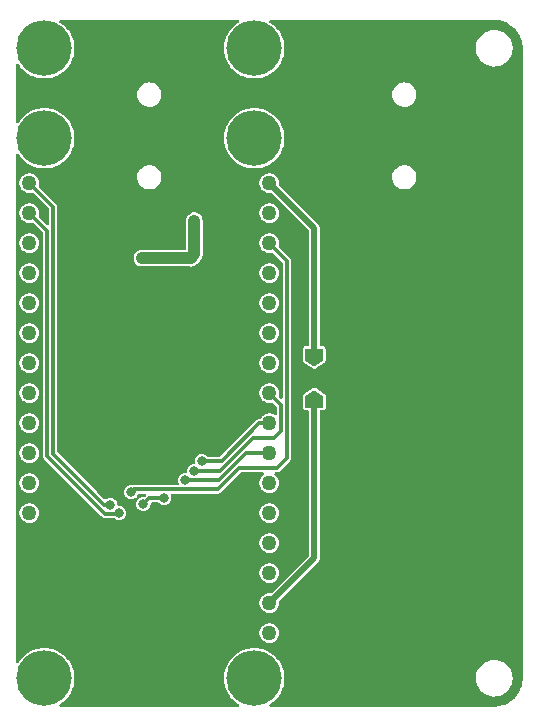
<source format=gbr>
%TF.GenerationSoftware,KiCad,Pcbnew,5.99.0-unknown-8f3343b9e3~128~ubuntu20.04.1*%
%TF.CreationDate,2021-06-03T23:09:28+10:00*%
%TF.ProjectId,dac-featherwing-v2,6461632d-6665-4617-9468-657277696e67,rev?*%
%TF.SameCoordinates,Original*%
%TF.FileFunction,Copper,L2,Bot*%
%TF.FilePolarity,Positive*%
%FSLAX46Y46*%
G04 Gerber Fmt 4.6, Leading zero omitted, Abs format (unit mm)*
G04 Created by KiCad (PCBNEW 5.99.0-unknown-8f3343b9e3~128~ubuntu20.04.1) date 2021-06-03 23:09:28*
%MOMM*%
%LPD*%
G01*
G04 APERTURE LIST*
G04 Aperture macros list*
%AMFreePoly0*
4,1,6,1.000000,0.000000,0.500000,-0.750000,-0.500000,-0.750000,-0.500000,0.750000,0.500000,0.750000,1.000000,0.000000,1.000000,0.000000,$1*%
%AMFreePoly1*
4,1,7,0.700000,0.000000,1.200000,-0.750000,-1.200000,-0.750000,-0.700000,0.000000,-1.200000,0.750000,1.200000,0.750000,0.700000,0.000000,0.700000,0.000000,$1*%
G04 Aperture macros list end*
%TA.AperFunction,ComponentPad*%
%ADD10C,1.270000*%
%TD*%
%TA.AperFunction,ComponentPad*%
%ADD11C,4.700000*%
%TD*%
%TA.AperFunction,SMDPad,CuDef*%
%ADD12FreePoly0,90.000000*%
%TD*%
%TA.AperFunction,SMDPad,CuDef*%
%ADD13FreePoly1,90.000000*%
%TD*%
%TA.AperFunction,SMDPad,CuDef*%
%ADD14FreePoly0,270.000000*%
%TD*%
%TA.AperFunction,ViaPad*%
%ADD15C,0.800000*%
%TD*%
%TA.AperFunction,Conductor*%
%ADD16C,0.300000*%
%TD*%
%TA.AperFunction,Conductor*%
%ADD17C,0.500000*%
%TD*%
%TA.AperFunction,Conductor*%
%ADD18C,1.000000*%
%TD*%
G04 APERTURE END LIST*
D10*
%TO.P,J2,1,Pin_1*%
%TO.N,+BATT*%
X110264000Y-97346000D03*
%TO.P,J2,2,Pin_2*%
%TO.N,/3v3A_EN*%
X110264000Y-94806000D03*
%TO.P,J2,3,Pin_3*%
%TO.N,VBUS*%
X110264000Y-92266000D03*
%TO.P,J2,4,Pin_4*%
%TO.N,/~MUTE*%
X110264000Y-89726000D03*
%TO.P,J2,5,Pin_5*%
%TO.N,/IO6*%
X110264000Y-87186000D03*
%TO.P,J2,6,Pin_6*%
%TO.N,/IO5*%
X110264000Y-84646000D03*
%TO.P,J2,7,Pin_7*%
%TO.N,/IO4*%
X110264000Y-82106000D03*
%TO.P,J2,8,Pin_8*%
%TO.N,/IO3*%
X110264000Y-79566000D03*
%TO.P,J2,9,Pin_9*%
%TO.N,/IO2*%
X110264000Y-77026000D03*
%TO.P,J2,10,Pin_10*%
%TO.N,/IO1*%
X110264000Y-74486000D03*
%TO.P,J2,11,Pin_11*%
%TO.N,SCL*%
X110264000Y-71946000D03*
%TO.P,J2,12,Pin_12*%
%TO.N,SDA*%
X110264000Y-69406000D03*
%TD*%
%TO.P,J1,1,Pin_1*%
%TO.N,+3.3VDAC*%
X130584000Y-69406000D03*
%TO.P,J1,2,Pin_2*%
%TO.N,/U1TXD*%
X130584000Y-71946000D03*
%TO.P,J1,3,Pin_3*%
%TO.N,/I2S_MCLK*%
X130584000Y-74486000D03*
%TO.P,J1,4,Pin_4*%
%TO.N,/SPI_SDI*%
X130584000Y-77026000D03*
%TO.P,J1,5,Pin_5*%
%TO.N,/SPI_SDO*%
X130584000Y-79566000D03*
%TO.P,J1,6,Pin_6*%
%TO.N,/SPI_SCK*%
X130584000Y-82106000D03*
%TO.P,J1,7,Pin_7*%
%TO.N,/I2S_DI*%
X130584000Y-84646000D03*
%TO.P,J1,8,Pin_8*%
%TO.N,/I2S_DO*%
X130584000Y-87186000D03*
%TO.P,J1,9,Pin_9*%
%TO.N,/I2S_WS*%
X130584000Y-89726000D03*
%TO.P,J1,10,Pin_10*%
%TO.N,/I2S_BCK*%
X130584000Y-92266000D03*
%TO.P,J1,11,Pin_11*%
%TO.N,/IO14*%
X130584000Y-94806000D03*
%TO.P,J1,12,Pin_12*%
%TO.N,/IO12*%
X130584000Y-97346000D03*
%TO.P,J1,13,Pin_13*%
%TO.N,GND*%
X130584000Y-99886000D03*
%TO.P,J1,14,Pin_14*%
%TO.N,/ESP32-IO0*%
X130584000Y-102426000D03*
%TO.P,J1,15,Pin_15*%
%TO.N,+3V3*%
X130584000Y-104966000D03*
%TO.P,J1,16,Pin_16*%
%TO.N,/ESP32-EN*%
X130584000Y-107506000D03*
%TD*%
D11*
%TO.P,REF\u002A\u002A,*%
%TO.N,*%
X129314000Y-111316000D03*
%TD*%
%TO.P,REF\u002A\u002A,*%
%TO.N,*%
X129314000Y-57976000D03*
%TD*%
%TO.P,REF\u002A\u002A,*%
%TO.N,*%
X129314000Y-65596000D03*
%TD*%
%TO.P,REF\u002A\u002A,*%
%TO.N,*%
X111534000Y-111316000D03*
%TD*%
%TO.P,REF\u002A\u002A,*%
%TO.N,*%
X111534000Y-65596000D03*
%TD*%
%TO.P,REF\u002A\u002A,*%
%TO.N,*%
X111534000Y-57976000D03*
%TD*%
D12*
%TO.P,3V3A SRC,1,A*%
%TO.N,+3V3*%
X134394000Y-87916000D03*
D13*
%TO.P,3V3A SRC,2,C*%
%TO.N,+3.3VA*%
X134394000Y-85916000D03*
D14*
%TO.P,3V3A SRC,3,B*%
%TO.N,+3.3VDAC*%
X134394000Y-83916000D03*
%TD*%
D15*
%TO.N,SCL*%
X117884000Y-97346000D03*
%TO.N,SDA*%
X117134500Y-96639245D03*
%TO.N,+3.3VA*%
X124869000Y-91631000D03*
X126774000Y-85662000D03*
X119789000Y-86551000D03*
X126266000Y-96457000D03*
X122700000Y-100531000D03*
%TO.N,/I2S_DO*%
X124234000Y-93790000D03*
%TO.N,/I2S_WS*%
X124869000Y-92901000D03*
%TO.N,/I2S_BCK*%
X123472000Y-94552000D03*
%TO.N,+3V3*%
X121694000Y-96076000D03*
X119924000Y-96576000D03*
%TO.N,/I2S_MCLK*%
X118900000Y-95568000D03*
%TO.N,ROUT*%
X124234000Y-72581000D03*
X119789000Y-75756000D03*
%TD*%
D16*
%TO.N,SCL*%
X117841244Y-97388756D02*
X117884000Y-97346000D01*
X110264000Y-71946000D02*
X111788000Y-73470000D01*
X116656756Y-97388756D02*
X117841244Y-97388756D01*
X111788000Y-92520000D02*
X116656756Y-97388756D01*
X111788000Y-73470000D02*
X111788000Y-92520000D01*
%TO.N,SDA*%
X112287520Y-92313092D02*
X112287520Y-71429520D01*
X116613673Y-96639245D02*
X112287520Y-92313092D01*
X117134500Y-96639245D02*
X116613673Y-96639245D01*
X112287520Y-71429520D02*
X110264000Y-69406000D01*
%TO.N,/I2S_DO*%
X129171144Y-90996000D02*
X126377144Y-93790000D01*
X130584000Y-87186000D02*
X131568511Y-88170511D01*
X131568511Y-90422527D02*
X130995038Y-90996000D01*
X131568511Y-88170511D02*
X131568511Y-90422527D01*
X126377144Y-93790000D02*
X124234000Y-93790000D01*
X130995038Y-90996000D02*
X129171144Y-90996000D01*
%TO.N,/I2S_WS*%
X129734716Y-89726000D02*
X126559716Y-92901000D01*
X130584000Y-89726000D02*
X129734716Y-89726000D01*
X126559716Y-92901000D02*
X124869000Y-92901000D01*
%TO.N,/I2S_BCK*%
X130584000Y-92266000D02*
X128607572Y-92266000D01*
X128607572Y-92266000D02*
X126321572Y-94552000D01*
X126321572Y-94552000D02*
X123472000Y-94552000D01*
D17*
%TO.N,+3V3*%
X130584000Y-104966000D02*
X134394000Y-101156000D01*
X134394000Y-101156000D02*
X134394000Y-87916000D01*
D16*
X120424000Y-96076000D02*
X119924000Y-96576000D01*
X121694000Y-96076000D02*
X120424000Y-96076000D01*
%TO.N,/I2S_MCLK*%
X132068031Y-92686969D02*
X131219000Y-93536000D01*
X132068031Y-75970031D02*
X132068031Y-92686969D01*
X126253511Y-95326489D02*
X119141511Y-95326489D01*
X119141511Y-95326489D02*
X118900000Y-95568000D01*
X131219000Y-93536000D02*
X128044000Y-93536000D01*
X130584000Y-74486000D02*
X132068031Y-75970031D01*
X128044000Y-93536000D02*
X126253511Y-95326489D01*
D18*
%TO.N,ROUT*%
X123916500Y-75756000D02*
X119789000Y-75756000D01*
X124234000Y-72581000D02*
X124234000Y-75438500D01*
X124234000Y-75438500D02*
X123916500Y-75756000D01*
D17*
%TO.N,+3.3VDAC*%
X134394000Y-73216000D02*
X134394000Y-83916000D01*
X130584000Y-69406000D02*
X134394000Y-73216000D01*
%TD*%
%TA.AperFunction,Conductor*%
%TO.N,+3.3VA*%
G36*
X127986503Y-55583002D02*
G01*
X128032996Y-55636658D01*
X128043100Y-55706932D01*
X128013606Y-55771512D01*
X127979083Y-55799415D01*
X127944695Y-55818320D01*
X127941491Y-55820648D01*
X127941486Y-55820651D01*
X127688267Y-56004625D01*
X127685063Y-56006953D01*
X127451121Y-56226640D01*
X127308591Y-56398929D01*
X127255381Y-56463249D01*
X127246557Y-56473915D01*
X127074598Y-56744878D01*
X127072914Y-56748457D01*
X127072910Y-56748464D01*
X126960760Y-56986796D01*
X126937956Y-57035258D01*
X126838786Y-57340473D01*
X126778651Y-57655711D01*
X126758500Y-57976000D01*
X126778651Y-58296289D01*
X126838786Y-58611527D01*
X126937956Y-58916742D01*
X126939643Y-58920328D01*
X126939645Y-58920332D01*
X127072910Y-59203536D01*
X127072914Y-59203543D01*
X127074598Y-59207122D01*
X127246557Y-59478085D01*
X127249076Y-59481130D01*
X127249079Y-59481134D01*
X127288637Y-59528951D01*
X127451121Y-59725360D01*
X127685063Y-59945047D01*
X127688265Y-59947374D01*
X127688267Y-59947375D01*
X127941486Y-60131349D01*
X127941491Y-60131352D01*
X127944695Y-60133680D01*
X128225921Y-60288286D01*
X128388666Y-60352721D01*
X128520624Y-60404967D01*
X128520627Y-60404968D01*
X128524307Y-60406425D01*
X128528141Y-60407409D01*
X128528149Y-60407412D01*
X128720313Y-60456751D01*
X128835147Y-60486235D01*
X128839075Y-60486731D01*
X128839079Y-60486732D01*
X128965440Y-60502695D01*
X129153539Y-60526457D01*
X129474461Y-60526457D01*
X129662560Y-60502695D01*
X129788921Y-60486732D01*
X129788925Y-60486731D01*
X129792853Y-60486235D01*
X129907687Y-60456751D01*
X130099851Y-60407412D01*
X130099859Y-60407409D01*
X130103693Y-60406425D01*
X130107373Y-60404968D01*
X130107376Y-60404967D01*
X130239334Y-60352721D01*
X130402079Y-60288286D01*
X130683305Y-60133680D01*
X130686509Y-60131352D01*
X130686514Y-60131349D01*
X130939733Y-59947375D01*
X130939735Y-59947374D01*
X130942937Y-59945047D01*
X131176879Y-59725360D01*
X131339363Y-59528951D01*
X131378921Y-59481134D01*
X131378924Y-59481130D01*
X131381443Y-59478085D01*
X131553402Y-59207122D01*
X131555086Y-59203543D01*
X131555090Y-59203536D01*
X131688355Y-58920332D01*
X131688357Y-58920328D01*
X131690044Y-58916742D01*
X131789214Y-58611527D01*
X131849349Y-58296289D01*
X131862673Y-58084506D01*
X148082289Y-58084506D01*
X148119598Y-58331200D01*
X148195869Y-58568755D01*
X148309139Y-58791060D01*
X148456494Y-58992396D01*
X148634144Y-59167582D01*
X148638269Y-59170514D01*
X148638272Y-59170516D01*
X148684736Y-59203536D01*
X148837517Y-59312112D01*
X148842053Y-59314344D01*
X149056841Y-59420033D01*
X149056846Y-59420035D01*
X149061382Y-59422267D01*
X149066226Y-59423748D01*
X149295131Y-59493732D01*
X149295133Y-59493732D01*
X149299979Y-59495214D01*
X149305000Y-59495902D01*
X149305001Y-59495902D01*
X149423575Y-59512145D01*
X149547170Y-59529075D01*
X149625793Y-59527153D01*
X149791533Y-59523103D01*
X149791537Y-59523103D01*
X149796594Y-59522979D01*
X150041835Y-59477083D01*
X150276584Y-59392568D01*
X150494801Y-59271609D01*
X150498779Y-59268479D01*
X150498783Y-59268476D01*
X150686895Y-59120446D01*
X150686896Y-59120445D01*
X150690871Y-59117317D01*
X150805742Y-58992396D01*
X150856327Y-58937385D01*
X150856329Y-58937382D01*
X150859751Y-58933661D01*
X150997095Y-58725368D01*
X151048257Y-58611527D01*
X151097296Y-58502411D01*
X151097298Y-58502406D01*
X151099370Y-58497795D01*
X151145350Y-58326195D01*
X151162637Y-58261680D01*
X151162637Y-58261678D01*
X151163945Y-58256798D01*
X151189159Y-58008576D01*
X151189500Y-57976000D01*
X151181001Y-57870367D01*
X151169896Y-57732347D01*
X151169895Y-57732343D01*
X151169490Y-57727305D01*
X151152879Y-57659674D01*
X151111184Y-57489922D01*
X151109977Y-57485008D01*
X151052159Y-57348796D01*
X151014466Y-57259998D01*
X151014466Y-57259997D01*
X151012490Y-57255343D01*
X150879538Y-57044219D01*
X150714541Y-56857067D01*
X150521745Y-56698702D01*
X150362531Y-56606038D01*
X150310484Y-56575746D01*
X150310481Y-56575745D01*
X150306109Y-56573200D01*
X150301386Y-56571387D01*
X150301384Y-56571386D01*
X150077902Y-56485599D01*
X150077904Y-56485599D01*
X150073182Y-56483787D01*
X150068236Y-56482754D01*
X150068230Y-56482752D01*
X149833910Y-56433801D01*
X149833911Y-56433801D01*
X149828956Y-56432766D01*
X149823907Y-56432537D01*
X149823901Y-56432536D01*
X149710029Y-56427366D01*
X149579714Y-56421448D01*
X149574693Y-56422029D01*
X149574690Y-56422029D01*
X149336898Y-56449542D01*
X149331868Y-56450124D01*
X149326997Y-56451503D01*
X149326994Y-56451503D01*
X149216802Y-56482685D01*
X149091796Y-56518058D01*
X148998216Y-56561695D01*
X148870255Y-56621364D01*
X148870251Y-56621366D01*
X148865673Y-56623501D01*
X148861492Y-56626343D01*
X148861491Y-56626343D01*
X148663505Y-56760894D01*
X148663501Y-56760897D01*
X148659318Y-56763740D01*
X148478038Y-56935167D01*
X148474960Y-56939193D01*
X148474959Y-56939194D01*
X148329572Y-57129353D01*
X148329569Y-57129357D01*
X148326499Y-57133373D01*
X148208598Y-57353257D01*
X148127369Y-57589163D01*
X148084902Y-57835021D01*
X148084849Y-57840080D01*
X148084471Y-57876219D01*
X148082289Y-58084506D01*
X131862673Y-58084506D01*
X131869500Y-57976000D01*
X131849349Y-57655711D01*
X131789214Y-57340473D01*
X131690044Y-57035258D01*
X131667240Y-56986796D01*
X131555090Y-56748464D01*
X131555086Y-56748457D01*
X131553402Y-56744878D01*
X131381443Y-56473915D01*
X131372620Y-56463249D01*
X131319409Y-56398929D01*
X131176879Y-56226640D01*
X130942937Y-56006953D01*
X130939733Y-56004625D01*
X130686514Y-55820651D01*
X130686509Y-55820648D01*
X130683305Y-55818320D01*
X130648917Y-55799415D01*
X130598858Y-55749069D01*
X130583965Y-55679652D01*
X130608966Y-55613203D01*
X130665923Y-55570819D01*
X130709618Y-55563000D01*
X149567723Y-55563000D01*
X149588630Y-55566941D01*
X149588676Y-55566403D01*
X149593256Y-55566798D01*
X149593264Y-55566803D01*
X149597682Y-55567507D01*
X149733792Y-55569403D01*
X149739620Y-55569621D01*
X149806855Y-55573687D01*
X149814403Y-55574373D01*
X150033578Y-55600987D01*
X150041069Y-55602126D01*
X150077603Y-55608822D01*
X150095153Y-55612038D01*
X150102591Y-55613635D01*
X150316912Y-55666459D01*
X150324234Y-55668500D01*
X150376760Y-55684868D01*
X150383943Y-55687347D01*
X150590337Y-55765622D01*
X150597367Y-55768534D01*
X150611372Y-55774837D01*
X150647466Y-55791082D01*
X150654309Y-55794413D01*
X150849805Y-55897017D01*
X150856435Y-55900757D01*
X150903450Y-55929179D01*
X150909841Y-55933311D01*
X151091528Y-56058720D01*
X151097657Y-56063230D01*
X151119282Y-56080172D01*
X151140917Y-56097122D01*
X151146756Y-56101988D01*
X151311995Y-56248377D01*
X151317537Y-56253594D01*
X151356404Y-56292461D01*
X151361622Y-56298003D01*
X151508016Y-56463249D01*
X151512887Y-56469095D01*
X151546764Y-56512335D01*
X151551266Y-56518452D01*
X151607354Y-56599710D01*
X151676695Y-56700168D01*
X151680818Y-56706545D01*
X151709252Y-56753579D01*
X151712982Y-56760194D01*
X151815580Y-56955676D01*
X151818912Y-56962520D01*
X151841465Y-57012631D01*
X151844378Y-57019663D01*
X151922649Y-57226048D01*
X151925131Y-57233241D01*
X151941498Y-57285762D01*
X151943543Y-57293096D01*
X151993028Y-57493865D01*
X151996367Y-57507414D01*
X151997964Y-57514856D01*
X152007870Y-57568913D01*
X152009015Y-57576436D01*
X152011167Y-57594155D01*
X152035627Y-57795601D01*
X152036312Y-57803136D01*
X152037939Y-57830033D01*
X152040379Y-57870367D01*
X152040597Y-57876206D01*
X152042250Y-57994881D01*
X152044904Y-58003483D01*
X152045458Y-58006990D01*
X152047000Y-58026642D01*
X152047000Y-111249723D01*
X152043059Y-111270630D01*
X152043597Y-111270676D01*
X152043202Y-111275256D01*
X152043197Y-111275264D01*
X152042493Y-111279682D01*
X152041494Y-111351429D01*
X152040597Y-111415780D01*
X152040379Y-111421632D01*
X152036314Y-111488839D01*
X152035627Y-111496403D01*
X152015010Y-111666195D01*
X152009015Y-111715566D01*
X152007874Y-111723069D01*
X152002141Y-111754348D01*
X151997962Y-111777152D01*
X151996365Y-111784590D01*
X151943540Y-111998915D01*
X151941495Y-112006249D01*
X151925132Y-112058757D01*
X151922650Y-112065950D01*
X151844377Y-112272339D01*
X151841471Y-112279356D01*
X151818908Y-112329488D01*
X151815585Y-112336312D01*
X151712987Y-112531796D01*
X151709249Y-112538424D01*
X151680818Y-112585456D01*
X151676691Y-112591841D01*
X151559054Y-112762267D01*
X151551278Y-112773532D01*
X151546767Y-112779662D01*
X151512884Y-112822910D01*
X151508012Y-112828756D01*
X151361623Y-112993996D01*
X151356405Y-112999538D01*
X151317539Y-113038404D01*
X151311997Y-113043622D01*
X151146753Y-113190014D01*
X151140906Y-113194887D01*
X151097667Y-113228762D01*
X151091538Y-113233271D01*
X150909853Y-113358681D01*
X150903461Y-113362814D01*
X150856416Y-113391254D01*
X150849793Y-113394990D01*
X150654299Y-113497592D01*
X150647485Y-113500910D01*
X150597369Y-113523465D01*
X150590352Y-113526371D01*
X150546688Y-113542931D01*
X150383929Y-113604657D01*
X150376737Y-113607139D01*
X150361275Y-113611957D01*
X150324226Y-113623502D01*
X150316936Y-113625535D01*
X150102580Y-113678368D01*
X150095144Y-113679964D01*
X150041087Y-113689870D01*
X150033564Y-113691015D01*
X149981528Y-113697334D01*
X149814399Y-113717627D01*
X149806864Y-113718312D01*
X149739619Y-113722380D01*
X149733794Y-113722597D01*
X149615120Y-113724250D01*
X149606518Y-113726904D01*
X149603011Y-113727458D01*
X149583359Y-113729000D01*
X130709618Y-113729000D01*
X130641497Y-113708998D01*
X130595004Y-113655342D01*
X130584900Y-113585068D01*
X130614394Y-113520488D01*
X130648917Y-113492585D01*
X130679833Y-113475589D01*
X130679836Y-113475587D01*
X130683305Y-113473680D01*
X130686509Y-113471352D01*
X130686514Y-113471349D01*
X130939733Y-113287375D01*
X130939735Y-113287374D01*
X130942937Y-113285047D01*
X131176879Y-113065360D01*
X131339363Y-112868951D01*
X131378921Y-112821134D01*
X131378924Y-112821130D01*
X131381443Y-112818085D01*
X131553402Y-112547122D01*
X131555086Y-112543543D01*
X131555090Y-112543536D01*
X131688355Y-112260332D01*
X131688357Y-112260328D01*
X131690044Y-112256742D01*
X131789214Y-111951527D01*
X131849349Y-111636289D01*
X131862673Y-111424506D01*
X148082289Y-111424506D01*
X148119598Y-111671200D01*
X148121144Y-111676016D01*
X148121145Y-111676019D01*
X148173086Y-111837795D01*
X148195869Y-111908755D01*
X148309139Y-112131060D01*
X148456494Y-112332396D01*
X148634144Y-112507582D01*
X148638269Y-112510514D01*
X148638272Y-112510516D01*
X148668216Y-112531796D01*
X148837517Y-112652112D01*
X148842053Y-112654344D01*
X149056841Y-112760033D01*
X149056846Y-112760035D01*
X149061382Y-112762267D01*
X149066226Y-112763748D01*
X149295131Y-112833732D01*
X149295133Y-112833732D01*
X149299979Y-112835214D01*
X149305000Y-112835902D01*
X149305001Y-112835902D01*
X149423574Y-112852144D01*
X149547170Y-112869075D01*
X149625793Y-112867153D01*
X149791533Y-112863103D01*
X149791537Y-112863103D01*
X149796594Y-112862979D01*
X150041835Y-112817083D01*
X150276584Y-112732568D01*
X150286938Y-112726829D01*
X150382372Y-112673929D01*
X150494801Y-112611609D01*
X150498779Y-112608479D01*
X150498783Y-112608476D01*
X150686895Y-112460446D01*
X150686896Y-112460445D01*
X150690871Y-112457317D01*
X150808416Y-112329488D01*
X150856327Y-112277385D01*
X150856329Y-112277382D01*
X150859751Y-112273661D01*
X150997095Y-112065368D01*
X151000066Y-112058757D01*
X151097296Y-111842411D01*
X151097298Y-111842406D01*
X151099370Y-111837795D01*
X151100679Y-111832910D01*
X151162637Y-111601680D01*
X151162637Y-111601678D01*
X151163945Y-111596798D01*
X151189159Y-111348576D01*
X151189500Y-111316000D01*
X151186517Y-111278924D01*
X151169896Y-111072347D01*
X151169895Y-111072343D01*
X151169490Y-111067305D01*
X151152879Y-110999674D01*
X151111184Y-110829922D01*
X151109977Y-110825008D01*
X151052159Y-110688796D01*
X151014466Y-110599998D01*
X151014466Y-110599997D01*
X151012490Y-110595343D01*
X150879538Y-110384219D01*
X150714541Y-110197067D01*
X150521745Y-110038702D01*
X150388864Y-109961364D01*
X150310484Y-109915746D01*
X150310481Y-109915745D01*
X150306109Y-109913200D01*
X150301386Y-109911387D01*
X150301384Y-109911386D01*
X150077902Y-109825599D01*
X150077904Y-109825599D01*
X150073182Y-109823787D01*
X150068236Y-109822754D01*
X150068230Y-109822752D01*
X149833910Y-109773801D01*
X149833911Y-109773801D01*
X149828956Y-109772766D01*
X149823907Y-109772537D01*
X149823901Y-109772536D01*
X149710029Y-109767366D01*
X149579714Y-109761448D01*
X149574693Y-109762029D01*
X149574690Y-109762029D01*
X149336898Y-109789542D01*
X149331868Y-109790124D01*
X149326997Y-109791503D01*
X149326994Y-109791503D01*
X149216802Y-109822685D01*
X149091796Y-109858058D01*
X148978734Y-109910780D01*
X148870255Y-109961364D01*
X148870251Y-109961366D01*
X148865673Y-109963501D01*
X148861492Y-109966343D01*
X148861491Y-109966343D01*
X148663505Y-110100894D01*
X148663501Y-110100897D01*
X148659318Y-110103740D01*
X148478038Y-110275167D01*
X148474960Y-110279193D01*
X148474959Y-110279194D01*
X148329572Y-110469353D01*
X148329569Y-110469357D01*
X148326499Y-110473373D01*
X148208598Y-110693257D01*
X148127369Y-110929163D01*
X148084902Y-111175021D01*
X148084849Y-111180080D01*
X148083896Y-111271119D01*
X148082289Y-111424506D01*
X131862673Y-111424506D01*
X131869500Y-111316000D01*
X131849349Y-110995711D01*
X131789214Y-110680473D01*
X131690044Y-110375258D01*
X131642945Y-110275167D01*
X131555090Y-110088464D01*
X131555086Y-110088457D01*
X131553402Y-110084878D01*
X131381443Y-109813915D01*
X131361762Y-109790124D01*
X131319409Y-109738929D01*
X131176879Y-109566640D01*
X130942937Y-109346953D01*
X130939733Y-109344625D01*
X130686514Y-109160651D01*
X130686509Y-109160648D01*
X130683305Y-109158320D01*
X130402079Y-109003714D01*
X130239334Y-108939279D01*
X130107376Y-108887033D01*
X130107373Y-108887032D01*
X130103693Y-108885575D01*
X130099859Y-108884591D01*
X130099851Y-108884588D01*
X129907687Y-108835249D01*
X129792853Y-108805765D01*
X129788925Y-108805269D01*
X129788921Y-108805268D01*
X129662560Y-108789305D01*
X129474461Y-108765543D01*
X129153539Y-108765543D01*
X128965440Y-108789305D01*
X128839079Y-108805268D01*
X128839075Y-108805269D01*
X128835147Y-108805765D01*
X128720313Y-108835249D01*
X128528149Y-108884588D01*
X128528141Y-108884591D01*
X128524307Y-108885575D01*
X128520627Y-108887032D01*
X128520624Y-108887033D01*
X128388666Y-108939279D01*
X128225921Y-109003714D01*
X127944695Y-109158320D01*
X127941491Y-109160648D01*
X127941486Y-109160651D01*
X127688267Y-109344625D01*
X127685063Y-109346953D01*
X127451121Y-109566640D01*
X127308591Y-109738929D01*
X127266239Y-109790124D01*
X127246557Y-109813915D01*
X127074598Y-110084878D01*
X127072914Y-110088457D01*
X127072910Y-110088464D01*
X126985055Y-110275167D01*
X126937956Y-110375258D01*
X126838786Y-110680473D01*
X126778651Y-110995711D01*
X126758500Y-111316000D01*
X126778651Y-111636289D01*
X126838786Y-111951527D01*
X126937956Y-112256742D01*
X126939643Y-112260328D01*
X126939645Y-112260332D01*
X127072910Y-112543536D01*
X127072914Y-112543543D01*
X127074598Y-112547122D01*
X127246557Y-112818085D01*
X127249076Y-112821130D01*
X127249079Y-112821134D01*
X127288637Y-112868951D01*
X127451121Y-113065360D01*
X127685063Y-113285047D01*
X127688265Y-113287374D01*
X127688267Y-113287375D01*
X127941486Y-113471349D01*
X127941491Y-113471352D01*
X127944695Y-113473680D01*
X127948164Y-113475587D01*
X127948167Y-113475589D01*
X127979083Y-113492585D01*
X128029142Y-113542931D01*
X128044035Y-113612348D01*
X128019034Y-113678797D01*
X127962077Y-113721181D01*
X127918382Y-113729000D01*
X112929618Y-113729000D01*
X112861497Y-113708998D01*
X112815004Y-113655342D01*
X112804900Y-113585068D01*
X112834394Y-113520488D01*
X112868917Y-113492585D01*
X112899833Y-113475589D01*
X112899836Y-113475587D01*
X112903305Y-113473680D01*
X112906509Y-113471352D01*
X112906514Y-113471349D01*
X113159733Y-113287375D01*
X113159735Y-113287374D01*
X113162937Y-113285047D01*
X113396879Y-113065360D01*
X113559363Y-112868951D01*
X113598921Y-112821134D01*
X113598924Y-112821130D01*
X113601443Y-112818085D01*
X113773402Y-112547122D01*
X113775086Y-112543543D01*
X113775090Y-112543536D01*
X113908355Y-112260332D01*
X113908357Y-112260328D01*
X113910044Y-112256742D01*
X114009214Y-111951527D01*
X114069349Y-111636289D01*
X114089500Y-111316000D01*
X114069349Y-110995711D01*
X114009214Y-110680473D01*
X113910044Y-110375258D01*
X113862945Y-110275167D01*
X113775090Y-110088464D01*
X113775086Y-110088457D01*
X113773402Y-110084878D01*
X113601443Y-109813915D01*
X113581762Y-109790124D01*
X113539409Y-109738929D01*
X113396879Y-109566640D01*
X113162937Y-109346953D01*
X113159733Y-109344625D01*
X112906514Y-109160651D01*
X112906509Y-109160648D01*
X112903305Y-109158320D01*
X112622079Y-109003714D01*
X112459334Y-108939279D01*
X112327376Y-108887033D01*
X112327373Y-108887032D01*
X112323693Y-108885575D01*
X112319859Y-108884591D01*
X112319851Y-108884588D01*
X112127687Y-108835249D01*
X112012853Y-108805765D01*
X112008925Y-108805269D01*
X112008921Y-108805268D01*
X111882560Y-108789305D01*
X111694461Y-108765543D01*
X111373539Y-108765543D01*
X111185440Y-108789305D01*
X111059079Y-108805268D01*
X111059075Y-108805269D01*
X111055147Y-108805765D01*
X110940313Y-108835249D01*
X110748149Y-108884588D01*
X110748141Y-108884591D01*
X110744307Y-108885575D01*
X110740627Y-108887032D01*
X110740624Y-108887033D01*
X110608666Y-108939279D01*
X110445921Y-109003714D01*
X110164695Y-109158320D01*
X110161491Y-109160648D01*
X110161486Y-109160651D01*
X109908267Y-109344625D01*
X109905063Y-109346953D01*
X109671121Y-109566640D01*
X109528591Y-109738929D01*
X109486239Y-109790124D01*
X109466557Y-109813915D01*
X109369823Y-109966343D01*
X109353385Y-109992245D01*
X109299996Y-110039044D01*
X109229781Y-110049549D01*
X109165033Y-110020425D01*
X109126309Y-109960919D01*
X109121000Y-109924731D01*
X109121000Y-107593856D01*
X129748104Y-107593856D01*
X129749547Y-107600529D01*
X129749547Y-107600531D01*
X129770766Y-107698669D01*
X129786470Y-107771303D01*
X129862044Y-107936372D01*
X129971302Y-108081362D01*
X130109145Y-108199508D01*
X130269143Y-108285298D01*
X130275707Y-108287156D01*
X130275711Y-108287157D01*
X130381514Y-108317096D01*
X130443831Y-108334730D01*
X130450642Y-108335135D01*
X130450644Y-108335135D01*
X130588120Y-108343302D01*
X130625058Y-108345497D01*
X130704773Y-108332871D01*
X130797636Y-108318163D01*
X130797640Y-108318162D01*
X130804370Y-108317096D01*
X130810716Y-108314609D01*
X130810720Y-108314608D01*
X130913690Y-108274254D01*
X130973400Y-108250854D01*
X131124263Y-108149860D01*
X131249919Y-108018827D01*
X131344507Y-107863867D01*
X131403613Y-107692212D01*
X131424480Y-107511868D01*
X131424500Y-107506000D01*
X131404893Y-107325515D01*
X131346987Y-107153451D01*
X131253483Y-106997834D01*
X131128745Y-106865927D01*
X131045265Y-106809194D01*
X130984234Y-106767718D01*
X130978591Y-106763883D01*
X130972261Y-106761351D01*
X130972257Y-106761349D01*
X130816364Y-106698996D01*
X130816359Y-106698995D01*
X130810027Y-106696462D01*
X130719872Y-106681537D01*
X130637656Y-106667926D01*
X130637652Y-106667926D01*
X130630918Y-106666811D01*
X130624101Y-106667168D01*
X130624097Y-106667168D01*
X130469357Y-106675278D01*
X130449620Y-106676312D01*
X130443047Y-106678123D01*
X130443044Y-106678123D01*
X130367266Y-106698996D01*
X130274591Y-106724523D01*
X130113998Y-106809194D01*
X130108785Y-106813599D01*
X130108781Y-106813602D01*
X130022420Y-106886584D01*
X129975334Y-106926375D01*
X129971190Y-106931794D01*
X129971189Y-106931796D01*
X129869212Y-107065175D01*
X129865066Y-107070598D01*
X129788341Y-107235136D01*
X129748738Y-107412310D01*
X129748104Y-107593856D01*
X109121000Y-107593856D01*
X109121000Y-105053856D01*
X129748104Y-105053856D01*
X129749547Y-105060529D01*
X129749547Y-105060531D01*
X129770766Y-105158669D01*
X129786470Y-105231303D01*
X129862044Y-105396372D01*
X129971302Y-105541362D01*
X130109145Y-105659508D01*
X130269143Y-105745298D01*
X130275707Y-105747156D01*
X130275711Y-105747157D01*
X130381514Y-105777096D01*
X130443831Y-105794730D01*
X130450642Y-105795135D01*
X130450644Y-105795135D01*
X130588120Y-105803302D01*
X130625058Y-105805497D01*
X130704773Y-105792871D01*
X130797636Y-105778163D01*
X130797640Y-105778162D01*
X130804370Y-105777096D01*
X130810716Y-105774609D01*
X130810720Y-105774608D01*
X130913690Y-105734254D01*
X130973400Y-105710854D01*
X131124263Y-105609860D01*
X131249919Y-105478827D01*
X131344507Y-105323867D01*
X131403613Y-105152212D01*
X131424480Y-104971868D01*
X131424500Y-104966000D01*
X131411089Y-104842549D01*
X131423617Y-104772666D01*
X131447257Y-104739846D01*
X134688881Y-101498222D01*
X134699970Y-101488367D01*
X134700744Y-101487757D01*
X134726045Y-101467811D01*
X134731398Y-101460066D01*
X134731400Y-101460064D01*
X134759406Y-101419543D01*
X134761706Y-101416325D01*
X134790960Y-101376717D01*
X134796555Y-101369142D01*
X134798946Y-101362332D01*
X134803052Y-101356392D01*
X134820744Y-101300453D01*
X134821996Y-101296701D01*
X134838309Y-101250246D01*
X134838309Y-101250244D01*
X134841432Y-101241352D01*
X134841714Y-101234163D01*
X134841725Y-101234106D01*
X134843892Y-101227256D01*
X134844500Y-101219531D01*
X134844500Y-101165738D01*
X134844597Y-101160792D01*
X134846379Y-101115429D01*
X134846749Y-101106016D01*
X134844921Y-101099121D01*
X134844500Y-101091473D01*
X134844500Y-88747500D01*
X134864502Y-88679379D01*
X134918158Y-88632886D01*
X134970500Y-88621500D01*
X135144000Y-88621500D01*
X135168831Y-88616561D01*
X135210472Y-88608278D01*
X135210474Y-88608277D01*
X135222641Y-88605857D01*
X135232956Y-88598965D01*
X135232958Y-88598964D01*
X135278994Y-88568203D01*
X135289310Y-88561310D01*
X135296203Y-88550994D01*
X135326964Y-88504958D01*
X135326965Y-88504956D01*
X135333857Y-88494641D01*
X135349500Y-88416000D01*
X135349500Y-87416000D01*
X135345509Y-87375698D01*
X135325295Y-87327042D01*
X135319509Y-87313113D01*
X135319507Y-87313111D01*
X135314747Y-87301652D01*
X135283721Y-87270690D01*
X135262372Y-87249386D01*
X135262373Y-87249386D01*
X135257991Y-87245014D01*
X134507991Y-86745014D01*
X134434302Y-86714491D01*
X134421926Y-86714478D01*
X134368339Y-86714422D01*
X134354120Y-86714407D01*
X134280009Y-86745014D01*
X134274855Y-86748450D01*
X133532602Y-87243285D01*
X133532597Y-87243288D01*
X133530009Y-87245014D01*
X133498690Y-87270690D01*
X133483859Y-87292886D01*
X133461036Y-87327042D01*
X133461035Y-87327044D01*
X133454143Y-87337359D01*
X133438500Y-87416000D01*
X133438500Y-88416000D01*
X133454143Y-88494641D01*
X133461035Y-88504956D01*
X133461036Y-88504958D01*
X133491797Y-88550994D01*
X133498690Y-88561310D01*
X133509006Y-88568203D01*
X133555042Y-88598964D01*
X133555044Y-88598965D01*
X133565359Y-88605857D01*
X133577526Y-88608277D01*
X133577528Y-88608278D01*
X133619169Y-88616561D01*
X133644000Y-88621500D01*
X133817500Y-88621500D01*
X133885621Y-88641502D01*
X133932114Y-88695158D01*
X133943500Y-88747500D01*
X133943500Y-100917207D01*
X133923498Y-100985328D01*
X133906595Y-101006302D01*
X130809835Y-104103061D01*
X130747523Y-104137087D01*
X130700161Y-104138274D01*
X130637656Y-104127926D01*
X130637652Y-104127926D01*
X130630918Y-104126811D01*
X130624101Y-104127168D01*
X130624097Y-104127168D01*
X130469357Y-104135278D01*
X130449620Y-104136312D01*
X130443047Y-104138123D01*
X130443044Y-104138123D01*
X130281173Y-104182710D01*
X130274591Y-104184523D01*
X130113998Y-104269194D01*
X130108785Y-104273599D01*
X130108781Y-104273602D01*
X130022420Y-104346584D01*
X129975334Y-104386375D01*
X129865066Y-104530598D01*
X129788341Y-104695136D01*
X129748738Y-104872310D01*
X129748104Y-105053856D01*
X109121000Y-105053856D01*
X109121000Y-102513856D01*
X129748104Y-102513856D01*
X129749547Y-102520529D01*
X129749547Y-102520531D01*
X129770766Y-102618669D01*
X129786470Y-102691303D01*
X129862044Y-102856372D01*
X129971302Y-103001362D01*
X130109145Y-103119508D01*
X130269143Y-103205298D01*
X130275707Y-103207156D01*
X130275711Y-103207157D01*
X130381514Y-103237096D01*
X130443831Y-103254730D01*
X130450642Y-103255135D01*
X130450644Y-103255135D01*
X130588120Y-103263302D01*
X130625058Y-103265497D01*
X130704773Y-103252871D01*
X130797636Y-103238163D01*
X130797640Y-103238162D01*
X130804370Y-103237096D01*
X130810716Y-103234609D01*
X130810720Y-103234608D01*
X130913690Y-103194254D01*
X130973400Y-103170854D01*
X131124263Y-103069860D01*
X131249919Y-102938827D01*
X131344507Y-102783867D01*
X131403613Y-102612212D01*
X131424480Y-102431868D01*
X131424500Y-102426000D01*
X131404893Y-102245515D01*
X131346987Y-102073451D01*
X131253483Y-101917834D01*
X131128745Y-101785927D01*
X131045265Y-101729194D01*
X130984234Y-101687718D01*
X130978591Y-101683883D01*
X130972261Y-101681351D01*
X130972257Y-101681349D01*
X130816364Y-101618996D01*
X130816359Y-101618995D01*
X130810027Y-101616462D01*
X130719872Y-101601537D01*
X130637656Y-101587926D01*
X130637652Y-101587926D01*
X130630918Y-101586811D01*
X130624101Y-101587168D01*
X130624097Y-101587168D01*
X130469357Y-101595278D01*
X130449620Y-101596312D01*
X130443047Y-101598123D01*
X130443044Y-101598123D01*
X130367266Y-101618996D01*
X130274591Y-101644523D01*
X130113998Y-101729194D01*
X130108785Y-101733599D01*
X130108781Y-101733602D01*
X130022420Y-101806584D01*
X129975334Y-101846375D01*
X129971190Y-101851794D01*
X129971189Y-101851796D01*
X129869212Y-101985175D01*
X129865066Y-101990598D01*
X129788341Y-102155136D01*
X129748738Y-102332310D01*
X129748104Y-102513856D01*
X109121000Y-102513856D01*
X109121000Y-99973856D01*
X129748104Y-99973856D01*
X129749547Y-99980529D01*
X129749547Y-99980531D01*
X129770766Y-100078669D01*
X129786470Y-100151303D01*
X129862044Y-100316372D01*
X129971302Y-100461362D01*
X130109145Y-100579508D01*
X130269143Y-100665298D01*
X130275707Y-100667156D01*
X130275711Y-100667157D01*
X130381514Y-100697096D01*
X130443831Y-100714730D01*
X130450642Y-100715135D01*
X130450644Y-100715135D01*
X130588120Y-100723302D01*
X130625058Y-100725497D01*
X130704773Y-100712871D01*
X130797636Y-100698163D01*
X130797640Y-100698162D01*
X130804370Y-100697096D01*
X130810716Y-100694609D01*
X130810720Y-100694608D01*
X130913690Y-100654254D01*
X130973400Y-100630854D01*
X131124263Y-100529860D01*
X131249919Y-100398827D01*
X131344507Y-100243867D01*
X131403613Y-100072212D01*
X131424480Y-99891868D01*
X131424500Y-99886000D01*
X131404893Y-99705515D01*
X131346987Y-99533451D01*
X131253483Y-99377834D01*
X131128745Y-99245927D01*
X131045265Y-99189194D01*
X130984234Y-99147718D01*
X130978591Y-99143883D01*
X130972261Y-99141351D01*
X130972257Y-99141349D01*
X130816364Y-99078996D01*
X130816359Y-99078995D01*
X130810027Y-99076462D01*
X130719872Y-99061537D01*
X130637656Y-99047926D01*
X130637652Y-99047926D01*
X130630918Y-99046811D01*
X130624101Y-99047168D01*
X130624097Y-99047168D01*
X130469357Y-99055278D01*
X130449620Y-99056312D01*
X130443047Y-99058123D01*
X130443044Y-99058123D01*
X130367266Y-99078996D01*
X130274591Y-99104523D01*
X130113998Y-99189194D01*
X130108785Y-99193599D01*
X130108781Y-99193602D01*
X130022420Y-99266584D01*
X129975334Y-99306375D01*
X129971190Y-99311794D01*
X129971189Y-99311796D01*
X129869212Y-99445175D01*
X129865066Y-99450598D01*
X129788341Y-99615136D01*
X129748738Y-99792310D01*
X129748104Y-99973856D01*
X109121000Y-99973856D01*
X109121000Y-97433856D01*
X109428104Y-97433856D01*
X109429547Y-97440529D01*
X109429547Y-97440531D01*
X109464058Y-97600146D01*
X109466470Y-97611303D01*
X109542044Y-97776372D01*
X109651302Y-97921362D01*
X109656481Y-97925801D01*
X109656482Y-97925802D01*
X109686465Y-97951500D01*
X109789145Y-98039508D01*
X109949143Y-98125298D01*
X109955707Y-98127156D01*
X109955711Y-98127157D01*
X110061514Y-98157096D01*
X110123831Y-98174730D01*
X110130642Y-98175135D01*
X110130644Y-98175135D01*
X110268120Y-98183302D01*
X110305058Y-98185497D01*
X110384773Y-98172871D01*
X110477636Y-98158163D01*
X110477640Y-98158162D01*
X110484370Y-98157096D01*
X110490716Y-98154609D01*
X110490720Y-98154608D01*
X110593690Y-98114254D01*
X110653400Y-98090854D01*
X110804263Y-97989860D01*
X110929919Y-97858827D01*
X111024507Y-97703867D01*
X111042778Y-97650805D01*
X111081390Y-97538669D01*
X111081391Y-97538666D01*
X111083613Y-97532212D01*
X111104480Y-97351868D01*
X111104500Y-97346000D01*
X111084893Y-97165515D01*
X111026987Y-96993451D01*
X110933483Y-96837834D01*
X110808745Y-96705927D01*
X110774871Y-96682906D01*
X110664234Y-96607718D01*
X110658591Y-96603883D01*
X110652261Y-96601351D01*
X110652257Y-96601349D01*
X110496364Y-96538996D01*
X110496359Y-96538995D01*
X110490027Y-96536462D01*
X110399872Y-96521537D01*
X110317656Y-96507926D01*
X110317652Y-96507926D01*
X110310918Y-96506811D01*
X110304101Y-96507168D01*
X110304097Y-96507168D01*
X110149357Y-96515278D01*
X110129620Y-96516312D01*
X110123047Y-96518123D01*
X110123044Y-96518123D01*
X110047266Y-96538996D01*
X109954591Y-96564523D01*
X109793998Y-96649194D01*
X109788785Y-96653599D01*
X109788781Y-96653602D01*
X109704854Y-96724527D01*
X109655334Y-96766375D01*
X109651190Y-96771794D01*
X109651189Y-96771796D01*
X109569416Y-96878750D01*
X109545066Y-96910598D01*
X109542183Y-96916781D01*
X109542181Y-96916784D01*
X109471221Y-97068959D01*
X109468341Y-97075136D01*
X109466855Y-97081784D01*
X109466854Y-97081787D01*
X109461992Y-97103538D01*
X109428738Y-97252310D01*
X109428104Y-97433856D01*
X109121000Y-97433856D01*
X109121000Y-94893856D01*
X109428104Y-94893856D01*
X109429547Y-94900529D01*
X109429547Y-94900531D01*
X109459802Y-95040462D01*
X109466470Y-95071303D01*
X109542044Y-95236372D01*
X109546148Y-95241818D01*
X109546149Y-95241820D01*
X109563805Y-95265250D01*
X109651302Y-95381362D01*
X109656481Y-95385801D01*
X109656482Y-95385802D01*
X109686214Y-95411285D01*
X109789145Y-95499508D01*
X109877822Y-95547056D01*
X109913714Y-95566301D01*
X109949143Y-95585298D01*
X109955707Y-95587156D01*
X109955711Y-95587157D01*
X110061514Y-95617096D01*
X110123831Y-95634730D01*
X110130642Y-95635135D01*
X110130644Y-95635135D01*
X110268120Y-95643302D01*
X110305058Y-95645497D01*
X110384773Y-95632871D01*
X110477636Y-95618163D01*
X110477640Y-95618162D01*
X110484370Y-95617096D01*
X110490716Y-95614609D01*
X110490720Y-95614608D01*
X110618490Y-95564535D01*
X110653400Y-95550854D01*
X110804263Y-95449860D01*
X110929919Y-95318827D01*
X111024507Y-95163867D01*
X111083613Y-94992212D01*
X111084862Y-94981423D01*
X111094993Y-94893856D01*
X111104480Y-94811868D01*
X111104500Y-94806000D01*
X111084893Y-94625515D01*
X111026987Y-94453451D01*
X110933483Y-94297834D01*
X110887540Y-94249250D01*
X110861742Y-94221970D01*
X110808745Y-94165927D01*
X110725265Y-94109194D01*
X110664234Y-94067718D01*
X110658591Y-94063883D01*
X110652261Y-94061351D01*
X110652257Y-94061349D01*
X110496364Y-93998996D01*
X110496359Y-93998995D01*
X110490027Y-93996462D01*
X110399872Y-93981537D01*
X110317656Y-93967926D01*
X110317652Y-93967926D01*
X110310918Y-93966811D01*
X110304101Y-93967168D01*
X110304097Y-93967168D01*
X110149357Y-93975278D01*
X110129620Y-93976312D01*
X110123047Y-93978123D01*
X110123044Y-93978123D01*
X110047266Y-93998996D01*
X109954591Y-94024523D01*
X109793998Y-94109194D01*
X109788785Y-94113599D01*
X109788781Y-94113602D01*
X109702420Y-94186584D01*
X109655334Y-94226375D01*
X109651190Y-94231794D01*
X109651189Y-94231796D01*
X109549212Y-94365175D01*
X109545066Y-94370598D01*
X109542183Y-94376781D01*
X109542181Y-94376784D01*
X109533554Y-94395285D01*
X109468341Y-94535136D01*
X109466855Y-94541784D01*
X109466854Y-94541787D01*
X109464571Y-94552000D01*
X109428738Y-94712310D01*
X109428104Y-94893856D01*
X109121000Y-94893856D01*
X109121000Y-92353856D01*
X109428104Y-92353856D01*
X109429547Y-92360529D01*
X109429547Y-92360531D01*
X109462641Y-92513593D01*
X109466470Y-92531303D01*
X109542044Y-92696372D01*
X109546148Y-92701818D01*
X109546149Y-92701820D01*
X109574363Y-92739261D01*
X109651302Y-92841362D01*
X109656481Y-92845801D01*
X109656482Y-92845802D01*
X109777945Y-92949908D01*
X109789145Y-92959508D01*
X109877822Y-93007056D01*
X109942187Y-93041568D01*
X109949143Y-93045298D01*
X109955707Y-93047156D01*
X109955711Y-93047157D01*
X110061514Y-93077096D01*
X110123831Y-93094730D01*
X110130642Y-93095135D01*
X110130644Y-93095135D01*
X110268120Y-93103302D01*
X110305058Y-93105497D01*
X110384773Y-93092871D01*
X110477636Y-93078163D01*
X110477640Y-93078162D01*
X110484370Y-93077096D01*
X110490716Y-93074609D01*
X110490720Y-93074608D01*
X110593690Y-93034254D01*
X110653400Y-93010854D01*
X110804263Y-92909860D01*
X110929919Y-92778827D01*
X110950594Y-92744957D01*
X111012023Y-92644319D01*
X111024507Y-92623867D01*
X111049401Y-92551570D01*
X111081390Y-92458669D01*
X111081391Y-92458666D01*
X111083613Y-92452212D01*
X111104480Y-92271868D01*
X111104500Y-92266000D01*
X111084893Y-92085515D01*
X111026987Y-91913451D01*
X110933483Y-91757834D01*
X110808745Y-91625927D01*
X110725265Y-91569194D01*
X110664234Y-91527718D01*
X110658591Y-91523883D01*
X110652261Y-91521351D01*
X110652257Y-91521349D01*
X110496364Y-91458996D01*
X110496359Y-91458995D01*
X110490027Y-91456462D01*
X110394719Y-91440684D01*
X110317656Y-91427926D01*
X110317652Y-91427926D01*
X110310918Y-91426811D01*
X110304101Y-91427168D01*
X110304097Y-91427168D01*
X110149357Y-91435278D01*
X110129620Y-91436312D01*
X110123047Y-91438123D01*
X110123044Y-91438123D01*
X110047266Y-91458996D01*
X109954591Y-91484523D01*
X109793998Y-91569194D01*
X109788785Y-91573599D01*
X109788781Y-91573602D01*
X109702420Y-91646584D01*
X109655334Y-91686375D01*
X109651190Y-91691794D01*
X109651189Y-91691796D01*
X109590198Y-91771568D01*
X109545066Y-91830598D01*
X109542183Y-91836781D01*
X109542181Y-91836784D01*
X109503414Y-91919921D01*
X109468341Y-91995136D01*
X109428738Y-92172310D01*
X109428104Y-92353856D01*
X109121000Y-92353856D01*
X109121000Y-89813856D01*
X109428104Y-89813856D01*
X109429547Y-89820529D01*
X109429547Y-89820531D01*
X109450766Y-89918669D01*
X109466470Y-89991303D01*
X109542044Y-90156372D01*
X109546148Y-90161818D01*
X109546149Y-90161820D01*
X109570803Y-90194537D01*
X109651302Y-90301362D01*
X109789145Y-90419508D01*
X109877822Y-90467056D01*
X109942187Y-90501568D01*
X109949143Y-90505298D01*
X109955707Y-90507156D01*
X109955711Y-90507157D01*
X110061514Y-90537096D01*
X110123831Y-90554730D01*
X110130642Y-90555135D01*
X110130644Y-90555135D01*
X110268120Y-90563302D01*
X110305058Y-90565497D01*
X110384773Y-90552871D01*
X110477636Y-90538163D01*
X110477640Y-90538162D01*
X110484370Y-90537096D01*
X110490716Y-90534609D01*
X110490720Y-90534608D01*
X110593690Y-90494254D01*
X110653400Y-90470854D01*
X110804263Y-90369860D01*
X110929919Y-90238827D01*
X110960046Y-90189472D01*
X111020947Y-90089699D01*
X111024507Y-90083867D01*
X111083613Y-89912212D01*
X111104480Y-89731868D01*
X111104500Y-89726000D01*
X111084893Y-89545515D01*
X111026987Y-89373451D01*
X110933483Y-89217834D01*
X110808745Y-89085927D01*
X110725265Y-89029194D01*
X110664234Y-88987718D01*
X110658591Y-88983883D01*
X110652261Y-88981351D01*
X110652257Y-88981349D01*
X110496364Y-88918996D01*
X110496359Y-88918995D01*
X110490027Y-88916462D01*
X110399872Y-88901537D01*
X110317656Y-88887926D01*
X110317652Y-88887926D01*
X110310918Y-88886811D01*
X110304101Y-88887168D01*
X110304097Y-88887168D01*
X110149357Y-88895278D01*
X110129620Y-88896312D01*
X110123047Y-88898123D01*
X110123044Y-88898123D01*
X110047266Y-88918996D01*
X109954591Y-88944523D01*
X109793998Y-89029194D01*
X109788785Y-89033599D01*
X109788781Y-89033602D01*
X109702420Y-89106584D01*
X109655334Y-89146375D01*
X109651190Y-89151794D01*
X109651189Y-89151796D01*
X109549212Y-89285175D01*
X109545066Y-89290598D01*
X109542183Y-89296781D01*
X109542181Y-89296784D01*
X109471221Y-89448959D01*
X109468341Y-89455136D01*
X109428738Y-89632310D01*
X109428104Y-89813856D01*
X109121000Y-89813856D01*
X109121000Y-87273856D01*
X109428104Y-87273856D01*
X109429547Y-87280529D01*
X109429547Y-87280531D01*
X109460175Y-87422187D01*
X109466470Y-87451303D01*
X109542044Y-87616372D01*
X109651302Y-87761362D01*
X109656481Y-87765801D01*
X109656482Y-87765802D01*
X109724207Y-87823849D01*
X109789145Y-87879508D01*
X109949143Y-87965298D01*
X109955707Y-87967156D01*
X109955711Y-87967157D01*
X110060404Y-87996782D01*
X110123831Y-88014730D01*
X110130642Y-88015135D01*
X110130644Y-88015135D01*
X110268120Y-88023302D01*
X110305058Y-88025497D01*
X110384773Y-88012871D01*
X110477636Y-87998163D01*
X110477640Y-87998162D01*
X110484370Y-87997096D01*
X110490716Y-87994609D01*
X110490720Y-87994608D01*
X110593690Y-87954254D01*
X110653400Y-87930854D01*
X110804263Y-87829860D01*
X110929919Y-87698827D01*
X110963156Y-87644377D01*
X111020947Y-87549699D01*
X111024507Y-87543867D01*
X111032843Y-87519659D01*
X111081390Y-87378669D01*
X111081391Y-87378666D01*
X111083613Y-87372212D01*
X111104480Y-87191868D01*
X111104500Y-87186000D01*
X111084893Y-87005515D01*
X111026987Y-86833451D01*
X110933483Y-86677834D01*
X110808745Y-86545927D01*
X110725265Y-86489194D01*
X110664234Y-86447718D01*
X110658591Y-86443883D01*
X110652261Y-86441351D01*
X110652257Y-86441349D01*
X110496364Y-86378996D01*
X110496359Y-86378995D01*
X110490027Y-86376462D01*
X110399872Y-86361537D01*
X110317656Y-86347926D01*
X110317652Y-86347926D01*
X110310918Y-86346811D01*
X110304101Y-86347168D01*
X110304097Y-86347168D01*
X110149357Y-86355278D01*
X110129620Y-86356312D01*
X110123047Y-86358123D01*
X110123044Y-86358123D01*
X110047266Y-86378996D01*
X109954591Y-86404523D01*
X109793998Y-86489194D01*
X109788785Y-86493599D01*
X109788781Y-86493602D01*
X109702420Y-86566584D01*
X109655334Y-86606375D01*
X109651190Y-86611794D01*
X109651189Y-86611796D01*
X109549335Y-86745014D01*
X109545066Y-86750598D01*
X109468341Y-86915136D01*
X109428738Y-87092310D01*
X109428104Y-87273856D01*
X109121000Y-87273856D01*
X109121000Y-84733856D01*
X109428104Y-84733856D01*
X109429547Y-84740529D01*
X109429547Y-84740531D01*
X109450766Y-84838669D01*
X109466470Y-84911303D01*
X109542044Y-85076372D01*
X109546148Y-85081818D01*
X109546149Y-85081820D01*
X109573106Y-85117593D01*
X109651302Y-85221362D01*
X109789145Y-85339508D01*
X109949143Y-85425298D01*
X109955707Y-85427156D01*
X109955711Y-85427157D01*
X110061514Y-85457096D01*
X110123831Y-85474730D01*
X110130642Y-85475135D01*
X110130644Y-85475135D01*
X110268120Y-85483302D01*
X110305058Y-85485497D01*
X110384773Y-85472871D01*
X110477636Y-85458163D01*
X110477640Y-85458162D01*
X110484370Y-85457096D01*
X110490716Y-85454609D01*
X110490720Y-85454608D01*
X110593690Y-85414254D01*
X110653400Y-85390854D01*
X110804263Y-85289860D01*
X110929919Y-85158827D01*
X110955089Y-85117593D01*
X111020947Y-85009699D01*
X111024507Y-85003867D01*
X111083613Y-84832212D01*
X111104480Y-84651868D01*
X111104500Y-84646000D01*
X111084893Y-84465515D01*
X111026987Y-84293451D01*
X110933483Y-84137834D01*
X110808745Y-84005927D01*
X110725265Y-83949194D01*
X110664234Y-83907718D01*
X110658591Y-83903883D01*
X110652261Y-83901351D01*
X110652257Y-83901349D01*
X110496364Y-83838996D01*
X110496359Y-83838995D01*
X110490027Y-83836462D01*
X110399872Y-83821537D01*
X110317656Y-83807926D01*
X110317652Y-83807926D01*
X110310918Y-83806811D01*
X110304101Y-83807168D01*
X110304097Y-83807168D01*
X110149357Y-83815278D01*
X110129620Y-83816312D01*
X110123047Y-83818123D01*
X110123044Y-83818123D01*
X110047266Y-83838996D01*
X109954591Y-83864523D01*
X109793998Y-83949194D01*
X109788785Y-83953599D01*
X109788781Y-83953602D01*
X109702420Y-84026584D01*
X109655334Y-84066375D01*
X109651190Y-84071794D01*
X109651189Y-84071796D01*
X109549212Y-84205175D01*
X109545066Y-84210598D01*
X109468341Y-84375136D01*
X109428738Y-84552310D01*
X109428714Y-84559131D01*
X109428714Y-84559133D01*
X109428686Y-84567211D01*
X109428104Y-84733856D01*
X109121000Y-84733856D01*
X109121000Y-82193856D01*
X109428104Y-82193856D01*
X109429547Y-82200529D01*
X109429547Y-82200531D01*
X109450766Y-82298669D01*
X109466470Y-82371303D01*
X109542044Y-82536372D01*
X109651302Y-82681362D01*
X109789145Y-82799508D01*
X109949143Y-82885298D01*
X109955707Y-82887156D01*
X109955711Y-82887157D01*
X110061514Y-82917096D01*
X110123831Y-82934730D01*
X110130642Y-82935135D01*
X110130644Y-82935135D01*
X110268120Y-82943302D01*
X110305058Y-82945497D01*
X110384773Y-82932871D01*
X110477636Y-82918163D01*
X110477640Y-82918162D01*
X110484370Y-82917096D01*
X110490716Y-82914609D01*
X110490720Y-82914608D01*
X110593690Y-82874254D01*
X110653400Y-82850854D01*
X110804263Y-82749860D01*
X110929919Y-82618827D01*
X111024507Y-82463867D01*
X111083613Y-82292212D01*
X111104480Y-82111868D01*
X111104500Y-82106000D01*
X111084893Y-81925515D01*
X111026987Y-81753451D01*
X110933483Y-81597834D01*
X110808745Y-81465927D01*
X110725265Y-81409194D01*
X110664234Y-81367718D01*
X110658591Y-81363883D01*
X110652261Y-81361351D01*
X110652257Y-81361349D01*
X110496364Y-81298996D01*
X110496359Y-81298995D01*
X110490027Y-81296462D01*
X110399872Y-81281537D01*
X110317656Y-81267926D01*
X110317652Y-81267926D01*
X110310918Y-81266811D01*
X110304101Y-81267168D01*
X110304097Y-81267168D01*
X110149357Y-81275278D01*
X110129620Y-81276312D01*
X110123047Y-81278123D01*
X110123044Y-81278123D01*
X110047266Y-81298996D01*
X109954591Y-81324523D01*
X109793998Y-81409194D01*
X109788785Y-81413599D01*
X109788781Y-81413602D01*
X109702420Y-81486584D01*
X109655334Y-81526375D01*
X109651190Y-81531794D01*
X109651189Y-81531796D01*
X109549212Y-81665175D01*
X109545066Y-81670598D01*
X109468341Y-81835136D01*
X109428738Y-82012310D01*
X109428104Y-82193856D01*
X109121000Y-82193856D01*
X109121000Y-79653856D01*
X109428104Y-79653856D01*
X109429547Y-79660529D01*
X109429547Y-79660531D01*
X109450766Y-79758669D01*
X109466470Y-79831303D01*
X109542044Y-79996372D01*
X109651302Y-80141362D01*
X109789145Y-80259508D01*
X109949143Y-80345298D01*
X109955707Y-80347156D01*
X109955711Y-80347157D01*
X110061514Y-80377096D01*
X110123831Y-80394730D01*
X110130642Y-80395135D01*
X110130644Y-80395135D01*
X110268120Y-80403302D01*
X110305058Y-80405497D01*
X110384773Y-80392871D01*
X110477636Y-80378163D01*
X110477640Y-80378162D01*
X110484370Y-80377096D01*
X110490716Y-80374609D01*
X110490720Y-80374608D01*
X110593690Y-80334254D01*
X110653400Y-80310854D01*
X110804263Y-80209860D01*
X110929919Y-80078827D01*
X111024507Y-79923867D01*
X111083613Y-79752212D01*
X111104480Y-79571868D01*
X111104500Y-79566000D01*
X111084893Y-79385515D01*
X111026987Y-79213451D01*
X110933483Y-79057834D01*
X110808745Y-78925927D01*
X110725265Y-78869194D01*
X110664234Y-78827718D01*
X110658591Y-78823883D01*
X110652261Y-78821351D01*
X110652257Y-78821349D01*
X110496364Y-78758996D01*
X110496359Y-78758995D01*
X110490027Y-78756462D01*
X110399872Y-78741537D01*
X110317656Y-78727926D01*
X110317652Y-78727926D01*
X110310918Y-78726811D01*
X110304101Y-78727168D01*
X110304097Y-78727168D01*
X110149357Y-78735278D01*
X110129620Y-78736312D01*
X110123047Y-78738123D01*
X110123044Y-78738123D01*
X110047266Y-78758996D01*
X109954591Y-78784523D01*
X109793998Y-78869194D01*
X109788785Y-78873599D01*
X109788781Y-78873602D01*
X109702420Y-78946584D01*
X109655334Y-78986375D01*
X109651190Y-78991794D01*
X109651189Y-78991796D01*
X109549212Y-79125175D01*
X109545066Y-79130598D01*
X109468341Y-79295136D01*
X109428738Y-79472310D01*
X109428104Y-79653856D01*
X109121000Y-79653856D01*
X109121000Y-77113856D01*
X109428104Y-77113856D01*
X109429547Y-77120529D01*
X109429547Y-77120531D01*
X109450766Y-77218669D01*
X109466470Y-77291303D01*
X109542044Y-77456372D01*
X109651302Y-77601362D01*
X109789145Y-77719508D01*
X109949143Y-77805298D01*
X109955707Y-77807156D01*
X109955711Y-77807157D01*
X110061514Y-77837096D01*
X110123831Y-77854730D01*
X110130642Y-77855135D01*
X110130644Y-77855135D01*
X110268120Y-77863302D01*
X110305058Y-77865497D01*
X110384773Y-77852871D01*
X110477636Y-77838163D01*
X110477640Y-77838162D01*
X110484370Y-77837096D01*
X110490716Y-77834609D01*
X110490720Y-77834608D01*
X110593690Y-77794254D01*
X110653400Y-77770854D01*
X110804263Y-77669860D01*
X110929919Y-77538827D01*
X111024507Y-77383867D01*
X111083613Y-77212212D01*
X111104480Y-77031868D01*
X111104500Y-77026000D01*
X111084893Y-76845515D01*
X111026987Y-76673451D01*
X110933483Y-76517834D01*
X110808745Y-76385927D01*
X110801815Y-76381217D01*
X110664234Y-76287718D01*
X110658591Y-76283883D01*
X110652261Y-76281351D01*
X110652257Y-76281349D01*
X110496364Y-76218996D01*
X110496359Y-76218995D01*
X110490027Y-76216462D01*
X110399872Y-76201537D01*
X110317656Y-76187926D01*
X110317652Y-76187926D01*
X110310918Y-76186811D01*
X110304101Y-76187168D01*
X110304097Y-76187168D01*
X110149357Y-76195278D01*
X110129620Y-76196312D01*
X110123047Y-76198123D01*
X110123044Y-76198123D01*
X110047266Y-76218996D01*
X109954591Y-76244523D01*
X109793998Y-76329194D01*
X109788785Y-76333599D01*
X109788781Y-76333602D01*
X109706037Y-76403527D01*
X109655334Y-76446375D01*
X109651190Y-76451794D01*
X109651189Y-76451796D01*
X109549212Y-76585175D01*
X109545066Y-76590598D01*
X109468341Y-76755136D01*
X109428738Y-76932310D01*
X109428104Y-77113856D01*
X109121000Y-77113856D01*
X109121000Y-74573856D01*
X109428104Y-74573856D01*
X109429547Y-74580529D01*
X109429547Y-74580531D01*
X109450766Y-74678669D01*
X109466470Y-74751303D01*
X109542044Y-74916372D01*
X109546148Y-74921818D01*
X109546149Y-74921820D01*
X109599789Y-74993002D01*
X109651302Y-75061362D01*
X109656481Y-75065801D01*
X109656482Y-75065802D01*
X109737315Y-75135084D01*
X109789145Y-75179508D01*
X109949143Y-75265298D01*
X109955707Y-75267156D01*
X109955711Y-75267157D01*
X110060404Y-75296782D01*
X110123831Y-75314730D01*
X110130642Y-75315135D01*
X110130644Y-75315135D01*
X110268120Y-75323302D01*
X110305058Y-75325497D01*
X110384773Y-75312871D01*
X110477636Y-75298163D01*
X110477640Y-75298162D01*
X110484370Y-75297096D01*
X110490716Y-75294609D01*
X110490720Y-75294608D01*
X110593690Y-75254254D01*
X110653400Y-75230854D01*
X110804263Y-75129860D01*
X110929919Y-74998827D01*
X110972237Y-74929500D01*
X111020947Y-74849699D01*
X111024507Y-74843867D01*
X111030991Y-74825037D01*
X111081390Y-74678669D01*
X111081391Y-74678666D01*
X111083613Y-74672212D01*
X111104480Y-74491868D01*
X111104500Y-74486000D01*
X111084893Y-74305515D01*
X111026987Y-74133451D01*
X110933483Y-73977834D01*
X110808745Y-73845927D01*
X110725265Y-73789194D01*
X110664234Y-73747718D01*
X110658591Y-73743883D01*
X110652261Y-73741351D01*
X110652257Y-73741349D01*
X110496364Y-73678996D01*
X110496359Y-73678995D01*
X110490027Y-73676462D01*
X110399872Y-73661537D01*
X110317656Y-73647926D01*
X110317652Y-73647926D01*
X110310918Y-73646811D01*
X110304101Y-73647168D01*
X110304097Y-73647168D01*
X110149357Y-73655278D01*
X110129620Y-73656312D01*
X110123047Y-73658123D01*
X110123044Y-73658123D01*
X110047266Y-73678996D01*
X109954591Y-73704523D01*
X109793998Y-73789194D01*
X109788785Y-73793599D01*
X109788781Y-73793602D01*
X109702420Y-73866584D01*
X109655334Y-73906375D01*
X109651190Y-73911794D01*
X109651189Y-73911796D01*
X109549212Y-74045175D01*
X109545066Y-74050598D01*
X109468341Y-74215136D01*
X109428738Y-74392310D01*
X109428104Y-74573856D01*
X109121000Y-74573856D01*
X109121000Y-69493856D01*
X109428104Y-69493856D01*
X109429547Y-69500529D01*
X109429547Y-69500531D01*
X109462489Y-69652890D01*
X109466470Y-69671303D01*
X109542044Y-69836372D01*
X109546148Y-69841818D01*
X109546149Y-69841820D01*
X109593023Y-69904023D01*
X109651302Y-69981362D01*
X109789145Y-70099508D01*
X109949143Y-70185298D01*
X109955707Y-70187156D01*
X109955711Y-70187157D01*
X110060404Y-70216782D01*
X110123831Y-70234730D01*
X110130642Y-70235135D01*
X110130644Y-70235135D01*
X110255943Y-70242579D01*
X110305058Y-70245497D01*
X110384773Y-70232871D01*
X110477636Y-70218163D01*
X110477640Y-70218162D01*
X110484370Y-70217096D01*
X110488810Y-70215356D01*
X110559007Y-70216782D01*
X110610155Y-70247837D01*
X111900115Y-71537796D01*
X111934140Y-71600108D01*
X111937020Y-71626891D01*
X111937020Y-72819148D01*
X111917018Y-72887269D01*
X111863362Y-72933762D01*
X111793088Y-72943866D01*
X111728508Y-72914372D01*
X111721925Y-72908243D01*
X111104011Y-72290329D01*
X111069985Y-72228017D01*
X111073972Y-72160211D01*
X111083613Y-72132212D01*
X111104480Y-71951868D01*
X111104500Y-71946000D01*
X111084893Y-71765515D01*
X111026987Y-71593451D01*
X110933483Y-71437834D01*
X110911640Y-71414735D01*
X110841609Y-71340680D01*
X110808745Y-71305927D01*
X110725265Y-71249194D01*
X110664234Y-71207718D01*
X110658591Y-71203883D01*
X110652261Y-71201351D01*
X110652257Y-71201349D01*
X110496364Y-71138996D01*
X110496359Y-71138995D01*
X110490027Y-71136462D01*
X110399872Y-71121537D01*
X110317656Y-71107926D01*
X110317652Y-71107926D01*
X110310918Y-71106811D01*
X110304101Y-71107168D01*
X110304097Y-71107168D01*
X110149357Y-71115278D01*
X110129620Y-71116312D01*
X110123047Y-71118123D01*
X110123044Y-71118123D01*
X110047266Y-71138996D01*
X109954591Y-71164523D01*
X109793998Y-71249194D01*
X109788785Y-71253599D01*
X109788781Y-71253602D01*
X109718235Y-71313219D01*
X109655334Y-71366375D01*
X109651190Y-71371794D01*
X109651189Y-71371796D01*
X109549212Y-71505175D01*
X109545066Y-71510598D01*
X109468341Y-71675136D01*
X109428738Y-71852310D01*
X109428714Y-71859131D01*
X109428714Y-71859133D01*
X109428634Y-71881948D01*
X109428104Y-72033856D01*
X109429547Y-72040529D01*
X109429547Y-72040531D01*
X109450766Y-72138669D01*
X109466470Y-72211303D01*
X109542044Y-72376372D01*
X109546148Y-72381818D01*
X109546149Y-72381820D01*
X109599789Y-72453002D01*
X109651302Y-72521362D01*
X109789145Y-72639508D01*
X109949143Y-72725298D01*
X109955707Y-72727156D01*
X109955711Y-72727157D01*
X110060401Y-72756781D01*
X110123831Y-72774730D01*
X110130642Y-72775135D01*
X110130644Y-72775135D01*
X110268120Y-72783302D01*
X110305058Y-72785497D01*
X110384773Y-72772871D01*
X110477630Y-72758164D01*
X110477634Y-72758163D01*
X110484370Y-72757096D01*
X110488810Y-72755356D01*
X110559004Y-72756781D01*
X110610154Y-72787836D01*
X111400595Y-73578276D01*
X111434620Y-73640589D01*
X111437500Y-73667372D01*
X111437500Y-92468453D01*
X111435251Y-92489590D01*
X111435087Y-92493074D01*
X111432895Y-92503254D01*
X111434119Y-92513593D01*
X111436627Y-92534785D01*
X111436915Y-92539672D01*
X111437072Y-92539659D01*
X111437500Y-92544839D01*
X111437500Y-92550039D01*
X111440245Y-92566531D01*
X111441073Y-92572348D01*
X111446616Y-92619182D01*
X111450278Y-92626808D01*
X111451667Y-92635153D01*
X111474058Y-92676651D01*
X111476735Y-92681904D01*
X111497148Y-92724414D01*
X111499340Y-92727022D01*
X111501279Y-92728961D01*
X111503105Y-92730952D01*
X111503008Y-92731041D01*
X111504032Y-92732203D01*
X111507100Y-92737888D01*
X111514747Y-92744957D01*
X111546389Y-92774207D01*
X111549954Y-92777636D01*
X116372464Y-97600146D01*
X116385816Y-97616678D01*
X116388167Y-97619262D01*
X116393817Y-97628012D01*
X116401995Y-97634459D01*
X116418757Y-97647673D01*
X116422417Y-97650926D01*
X116422519Y-97650805D01*
X116426476Y-97654158D01*
X116430156Y-97657838D01*
X116434388Y-97660862D01*
X116434389Y-97660863D01*
X116443735Y-97667542D01*
X116448481Y-97671105D01*
X116485493Y-97700283D01*
X116493474Y-97703086D01*
X116500358Y-97708005D01*
X116545571Y-97721526D01*
X116551145Y-97723338D01*
X116595635Y-97738962D01*
X116599029Y-97739256D01*
X116601739Y-97739256D01*
X116604470Y-97739374D01*
X116604464Y-97739504D01*
X116606008Y-97739601D01*
X116612200Y-97741453D01*
X116665649Y-97739353D01*
X116670596Y-97739256D01*
X117370283Y-97739256D01*
X117438404Y-97759258D01*
X117454163Y-97771958D01*
X117455847Y-97774153D01*
X117581250Y-97870378D01*
X117727285Y-97930868D01*
X117884000Y-97951500D01*
X117892188Y-97950422D01*
X118032527Y-97931946D01*
X118040715Y-97930868D01*
X118186750Y-97870378D01*
X118312153Y-97774153D01*
X118408378Y-97648750D01*
X118468868Y-97502715D01*
X118477933Y-97433856D01*
X129748104Y-97433856D01*
X129749547Y-97440529D01*
X129749547Y-97440531D01*
X129784058Y-97600146D01*
X129786470Y-97611303D01*
X129862044Y-97776372D01*
X129971302Y-97921362D01*
X129976481Y-97925801D01*
X129976482Y-97925802D01*
X130006465Y-97951500D01*
X130109145Y-98039508D01*
X130269143Y-98125298D01*
X130275707Y-98127156D01*
X130275711Y-98127157D01*
X130381514Y-98157096D01*
X130443831Y-98174730D01*
X130450642Y-98175135D01*
X130450644Y-98175135D01*
X130588120Y-98183302D01*
X130625058Y-98185497D01*
X130704773Y-98172871D01*
X130797636Y-98158163D01*
X130797640Y-98158162D01*
X130804370Y-98157096D01*
X130810716Y-98154609D01*
X130810720Y-98154608D01*
X130913690Y-98114254D01*
X130973400Y-98090854D01*
X131124263Y-97989860D01*
X131249919Y-97858827D01*
X131344507Y-97703867D01*
X131362778Y-97650805D01*
X131401390Y-97538669D01*
X131401391Y-97538666D01*
X131403613Y-97532212D01*
X131424480Y-97351868D01*
X131424500Y-97346000D01*
X131404893Y-97165515D01*
X131346987Y-96993451D01*
X131253483Y-96837834D01*
X131128745Y-96705927D01*
X131094871Y-96682906D01*
X130984234Y-96607718D01*
X130978591Y-96603883D01*
X130972261Y-96601351D01*
X130972257Y-96601349D01*
X130816364Y-96538996D01*
X130816359Y-96538995D01*
X130810027Y-96536462D01*
X130719872Y-96521537D01*
X130637656Y-96507926D01*
X130637652Y-96507926D01*
X130630918Y-96506811D01*
X130624101Y-96507168D01*
X130624097Y-96507168D01*
X130469357Y-96515278D01*
X130449620Y-96516312D01*
X130443047Y-96518123D01*
X130443044Y-96518123D01*
X130367266Y-96538996D01*
X130274591Y-96564523D01*
X130113998Y-96649194D01*
X130108785Y-96653599D01*
X130108781Y-96653602D01*
X130024854Y-96724527D01*
X129975334Y-96766375D01*
X129971190Y-96771794D01*
X129971189Y-96771796D01*
X129889416Y-96878750D01*
X129865066Y-96910598D01*
X129862183Y-96916781D01*
X129862181Y-96916784D01*
X129791221Y-97068959D01*
X129788341Y-97075136D01*
X129786855Y-97081784D01*
X129786854Y-97081787D01*
X129781992Y-97103538D01*
X129748738Y-97252310D01*
X129748104Y-97433856D01*
X118477933Y-97433856D01*
X118489500Y-97346000D01*
X118468868Y-97189285D01*
X118408378Y-97043250D01*
X118312153Y-96917847D01*
X118186750Y-96821622D01*
X118040715Y-96761132D01*
X117884000Y-96740500D01*
X117875812Y-96741578D01*
X117867554Y-96741578D01*
X117867554Y-96738947D01*
X117810340Y-96730029D01*
X117757237Y-96682906D01*
X117739110Y-96632488D01*
X117732752Y-96584188D01*
X117719368Y-96482530D01*
X117658878Y-96336495D01*
X117562653Y-96211092D01*
X117437250Y-96114867D01*
X117291215Y-96054377D01*
X117134500Y-96033745D01*
X116977785Y-96054377D01*
X116831750Y-96114867D01*
X116825199Y-96119894D01*
X116825195Y-96119896D01*
X116779782Y-96154742D01*
X116713562Y-96180342D01*
X116644013Y-96166077D01*
X116613984Y-96143874D01*
X116038110Y-95568000D01*
X118294500Y-95568000D01*
X118315132Y-95724715D01*
X118375622Y-95870750D01*
X118471847Y-95996153D01*
X118597250Y-96092378D01*
X118743285Y-96152868D01*
X118900000Y-96173500D01*
X118908188Y-96172422D01*
X119048527Y-96153946D01*
X119056715Y-96152868D01*
X119202750Y-96092378D01*
X119209303Y-96087350D01*
X119209306Y-96087348D01*
X119259732Y-96048655D01*
X119325952Y-96023054D01*
X119372051Y-96032509D01*
X119361787Y-95987891D01*
X119387601Y-95918679D01*
X119419351Y-95877301D01*
X119424378Y-95870750D01*
X119472419Y-95754770D01*
X119516966Y-95699490D01*
X119588827Y-95676989D01*
X120023139Y-95676989D01*
X120091260Y-95696991D01*
X120137753Y-95750647D01*
X120147857Y-95820921D01*
X120118363Y-95885501D01*
X120112234Y-95892084D01*
X120064979Y-95939339D01*
X120002667Y-95973365D01*
X119959440Y-95975166D01*
X119924000Y-95970500D01*
X119767285Y-95991132D01*
X119621250Y-96051622D01*
X119614697Y-96056650D01*
X119614694Y-96056652D01*
X119564268Y-96095345D01*
X119498048Y-96120946D01*
X119451949Y-96111491D01*
X119462213Y-96156109D01*
X119436399Y-96225321D01*
X119424872Y-96240344D01*
X119399622Y-96273250D01*
X119339132Y-96419285D01*
X119318500Y-96576000D01*
X119339132Y-96732715D01*
X119399622Y-96878750D01*
X119495847Y-97004153D01*
X119621250Y-97100378D01*
X119767285Y-97160868D01*
X119924000Y-97181500D01*
X119932188Y-97180422D01*
X120072527Y-97161946D01*
X120080715Y-97160868D01*
X120226750Y-97100378D01*
X120352153Y-97004153D01*
X120448378Y-96878750D01*
X120508868Y-96732715D01*
X120529500Y-96576000D01*
X120528422Y-96567812D01*
X120528422Y-96559553D01*
X120530037Y-96559553D01*
X120539507Y-96498805D01*
X120586632Y-96445703D01*
X120653493Y-96426500D01*
X121144125Y-96426500D01*
X121212246Y-96446502D01*
X121244088Y-96475796D01*
X121265847Y-96504153D01*
X121391250Y-96600378D01*
X121537285Y-96660868D01*
X121694000Y-96681500D01*
X121702188Y-96680422D01*
X121842527Y-96661946D01*
X121850715Y-96660868D01*
X121996750Y-96600378D01*
X122122153Y-96504153D01*
X122218378Y-96378750D01*
X122278868Y-96232715D01*
X122299500Y-96076000D01*
X122278868Y-95919285D01*
X122250669Y-95851207D01*
X122243080Y-95780618D01*
X122274859Y-95717131D01*
X122335917Y-95680903D01*
X122367078Y-95676989D01*
X126201964Y-95676989D01*
X126223101Y-95679238D01*
X126226585Y-95679402D01*
X126236765Y-95681594D01*
X126268296Y-95677862D01*
X126273183Y-95677574D01*
X126273170Y-95677417D01*
X126278350Y-95676989D01*
X126283550Y-95676989D01*
X126300042Y-95674244D01*
X126305859Y-95673416D01*
X126352693Y-95667873D01*
X126360319Y-95664211D01*
X126368664Y-95662822D01*
X126410162Y-95640431D01*
X126415415Y-95637754D01*
X126457925Y-95617341D01*
X126460533Y-95615149D01*
X126462472Y-95613210D01*
X126464463Y-95611384D01*
X126464552Y-95611481D01*
X126465714Y-95610457D01*
X126471399Y-95607389D01*
X126507718Y-95568100D01*
X126511147Y-95564535D01*
X128152277Y-93923405D01*
X128214589Y-93889379D01*
X128241372Y-93886500D01*
X130033346Y-93886500D01*
X130101467Y-93906502D01*
X130147960Y-93960158D01*
X130158064Y-94030432D01*
X130128570Y-94095012D01*
X130113385Y-94108469D01*
X130113998Y-94109194D01*
X129975334Y-94226375D01*
X129971190Y-94231794D01*
X129971189Y-94231796D01*
X129869212Y-94365175D01*
X129865066Y-94370598D01*
X129862183Y-94376781D01*
X129862181Y-94376784D01*
X129853554Y-94395285D01*
X129788341Y-94535136D01*
X129786855Y-94541784D01*
X129786854Y-94541787D01*
X129784571Y-94552000D01*
X129748738Y-94712310D01*
X129748104Y-94893856D01*
X129749547Y-94900529D01*
X129749547Y-94900531D01*
X129779802Y-95040462D01*
X129786470Y-95071303D01*
X129862044Y-95236372D01*
X129866148Y-95241818D01*
X129866149Y-95241820D01*
X129883805Y-95265250D01*
X129971302Y-95381362D01*
X129976481Y-95385801D01*
X129976482Y-95385802D01*
X130006214Y-95411285D01*
X130109145Y-95499508D01*
X130197822Y-95547056D01*
X130233714Y-95566301D01*
X130269143Y-95585298D01*
X130275707Y-95587156D01*
X130275711Y-95587157D01*
X130381514Y-95617096D01*
X130443831Y-95634730D01*
X130450642Y-95635135D01*
X130450644Y-95635135D01*
X130588120Y-95643302D01*
X130625058Y-95645497D01*
X130704773Y-95632871D01*
X130797636Y-95618163D01*
X130797640Y-95618162D01*
X130804370Y-95617096D01*
X130810716Y-95614609D01*
X130810720Y-95614608D01*
X130938490Y-95564535D01*
X130973400Y-95550854D01*
X131124263Y-95449860D01*
X131249919Y-95318827D01*
X131344507Y-95163867D01*
X131403613Y-94992212D01*
X131404862Y-94981423D01*
X131414993Y-94893856D01*
X131424480Y-94811868D01*
X131424500Y-94806000D01*
X131404893Y-94625515D01*
X131346987Y-94453451D01*
X131253483Y-94297834D01*
X131207540Y-94249250D01*
X131181742Y-94221970D01*
X131128745Y-94165927D01*
X131056327Y-94116712D01*
X131011228Y-94061880D01*
X131002934Y-93991369D01*
X131034076Y-93927568D01*
X131094769Y-93890732D01*
X131127149Y-93886500D01*
X131167453Y-93886500D01*
X131188590Y-93888749D01*
X131192074Y-93888913D01*
X131202254Y-93891105D01*
X131233785Y-93887373D01*
X131238672Y-93887085D01*
X131238659Y-93886928D01*
X131243839Y-93886500D01*
X131249039Y-93886500D01*
X131265531Y-93883755D01*
X131271348Y-93882927D01*
X131318182Y-93877384D01*
X131325808Y-93873722D01*
X131334153Y-93872333D01*
X131375651Y-93849942D01*
X131380904Y-93847265D01*
X131423414Y-93826852D01*
X131426022Y-93824660D01*
X131427961Y-93822721D01*
X131429952Y-93820895D01*
X131430041Y-93820992D01*
X131431203Y-93819968D01*
X131436888Y-93816900D01*
X131473207Y-93777611D01*
X131476636Y-93774046D01*
X132279421Y-92971261D01*
X132295953Y-92957909D01*
X132298537Y-92955558D01*
X132307287Y-92949908D01*
X132326948Y-92924968D01*
X132330201Y-92921308D01*
X132330080Y-92921206D01*
X132333433Y-92917249D01*
X132337113Y-92913569D01*
X132346095Y-92901000D01*
X132346817Y-92899990D01*
X132350383Y-92895240D01*
X132373112Y-92866409D01*
X132373113Y-92866408D01*
X132379558Y-92858232D01*
X132382361Y-92850251D01*
X132387280Y-92843367D01*
X132400789Y-92798194D01*
X132402625Y-92792546D01*
X132415610Y-92755570D01*
X132418237Y-92748090D01*
X132418531Y-92744696D01*
X132418531Y-92741986D01*
X132418649Y-92739255D01*
X132418779Y-92739261D01*
X132418876Y-92737713D01*
X132420727Y-92731525D01*
X132418628Y-92678089D01*
X132418531Y-92673143D01*
X132418531Y-76021583D01*
X132420781Y-76000444D01*
X132420945Y-75996958D01*
X132423137Y-75986778D01*
X132419405Y-75955249D01*
X132419116Y-75950359D01*
X132418959Y-75950372D01*
X132418531Y-75945196D01*
X132418531Y-75939992D01*
X132415786Y-75923500D01*
X132414961Y-75917706D01*
X132409415Y-75870850D01*
X132405753Y-75863224D01*
X132404364Y-75854878D01*
X132399420Y-75845715D01*
X132399418Y-75845709D01*
X132381977Y-75813385D01*
X132379282Y-75808097D01*
X132362313Y-75772760D01*
X132358883Y-75765617D01*
X132356691Y-75763009D01*
X132354752Y-75761070D01*
X132352926Y-75759079D01*
X132353023Y-75758990D01*
X132351999Y-75757828D01*
X132348931Y-75752143D01*
X132309642Y-75715824D01*
X132306077Y-75712395D01*
X131424011Y-74830329D01*
X131389985Y-74768017D01*
X131393972Y-74700211D01*
X131403613Y-74672212D01*
X131424480Y-74491868D01*
X131424500Y-74486000D01*
X131404893Y-74305515D01*
X131346987Y-74133451D01*
X131253483Y-73977834D01*
X131128745Y-73845927D01*
X131045265Y-73789194D01*
X130984234Y-73747718D01*
X130978591Y-73743883D01*
X130972261Y-73741351D01*
X130972257Y-73741349D01*
X130816364Y-73678996D01*
X130816359Y-73678995D01*
X130810027Y-73676462D01*
X130719872Y-73661537D01*
X130637656Y-73647926D01*
X130637652Y-73647926D01*
X130630918Y-73646811D01*
X130624101Y-73647168D01*
X130624097Y-73647168D01*
X130469357Y-73655278D01*
X130449620Y-73656312D01*
X130443047Y-73658123D01*
X130443044Y-73658123D01*
X130367266Y-73678996D01*
X130274591Y-73704523D01*
X130113998Y-73789194D01*
X130108785Y-73793599D01*
X130108781Y-73793602D01*
X130022420Y-73866584D01*
X129975334Y-73906375D01*
X129971190Y-73911794D01*
X129971189Y-73911796D01*
X129869212Y-74045175D01*
X129865066Y-74050598D01*
X129788341Y-74215136D01*
X129748738Y-74392310D01*
X129748104Y-74573856D01*
X129749547Y-74580529D01*
X129749547Y-74580531D01*
X129770766Y-74678669D01*
X129786470Y-74751303D01*
X129862044Y-74916372D01*
X129866148Y-74921818D01*
X129866149Y-74921820D01*
X129919789Y-74993002D01*
X129971302Y-75061362D01*
X129976481Y-75065801D01*
X129976482Y-75065802D01*
X130057315Y-75135084D01*
X130109145Y-75179508D01*
X130269143Y-75265298D01*
X130275707Y-75267156D01*
X130275711Y-75267157D01*
X130380404Y-75296782D01*
X130443831Y-75314730D01*
X130450642Y-75315135D01*
X130450644Y-75315135D01*
X130588120Y-75323302D01*
X130625058Y-75325497D01*
X130704773Y-75312871D01*
X130797636Y-75298163D01*
X130797640Y-75298162D01*
X130804370Y-75297096D01*
X130808810Y-75295356D01*
X130879007Y-75296782D01*
X130930155Y-75327837D01*
X131680626Y-76078308D01*
X131714652Y-76140620D01*
X131717531Y-76167403D01*
X131717531Y-87519659D01*
X131697529Y-87587780D01*
X131643873Y-87634273D01*
X131573599Y-87644377D01*
X131509019Y-87614883D01*
X131502436Y-87608754D01*
X131424011Y-87530329D01*
X131389985Y-87468017D01*
X131393972Y-87400211D01*
X131403613Y-87372212D01*
X131424480Y-87191868D01*
X131424500Y-87186000D01*
X131404893Y-87005515D01*
X131346987Y-86833451D01*
X131253483Y-86677834D01*
X131128745Y-86545927D01*
X131045265Y-86489194D01*
X130984234Y-86447718D01*
X130978591Y-86443883D01*
X130972261Y-86441351D01*
X130972257Y-86441349D01*
X130816364Y-86378996D01*
X130816359Y-86378995D01*
X130810027Y-86376462D01*
X130719872Y-86361537D01*
X130637656Y-86347926D01*
X130637652Y-86347926D01*
X130630918Y-86346811D01*
X130624101Y-86347168D01*
X130624097Y-86347168D01*
X130469357Y-86355278D01*
X130449620Y-86356312D01*
X130443047Y-86358123D01*
X130443044Y-86358123D01*
X130367266Y-86378996D01*
X130274591Y-86404523D01*
X130113998Y-86489194D01*
X130108785Y-86493599D01*
X130108781Y-86493602D01*
X130022420Y-86566584D01*
X129975334Y-86606375D01*
X129971190Y-86611794D01*
X129971189Y-86611796D01*
X129869335Y-86745014D01*
X129865066Y-86750598D01*
X129788341Y-86915136D01*
X129748738Y-87092310D01*
X129748104Y-87273856D01*
X129749547Y-87280529D01*
X129749547Y-87280531D01*
X129780175Y-87422187D01*
X129786470Y-87451303D01*
X129862044Y-87616372D01*
X129971302Y-87761362D01*
X129976481Y-87765801D01*
X129976482Y-87765802D01*
X130044207Y-87823849D01*
X130109145Y-87879508D01*
X130269143Y-87965298D01*
X130275707Y-87967156D01*
X130275711Y-87967157D01*
X130380404Y-87996782D01*
X130443831Y-88014730D01*
X130450642Y-88015135D01*
X130450644Y-88015135D01*
X130588120Y-88023302D01*
X130625058Y-88025497D01*
X130704773Y-88012871D01*
X130797636Y-87998163D01*
X130797640Y-87998162D01*
X130804370Y-87997096D01*
X130808810Y-87995356D01*
X130879007Y-87996782D01*
X130930155Y-88027837D01*
X131181106Y-88278788D01*
X131215132Y-88341100D01*
X131218011Y-88367883D01*
X131218011Y-88908620D01*
X131198009Y-88976741D01*
X131144353Y-89023234D01*
X131074079Y-89033338D01*
X131021191Y-89012834D01*
X130978591Y-88983883D01*
X130972261Y-88981351D01*
X130972257Y-88981349D01*
X130816364Y-88918996D01*
X130816359Y-88918995D01*
X130810027Y-88916462D01*
X130719872Y-88901537D01*
X130637656Y-88887926D01*
X130637652Y-88887926D01*
X130630918Y-88886811D01*
X130624101Y-88887168D01*
X130624097Y-88887168D01*
X130469357Y-88895278D01*
X130449620Y-88896312D01*
X130443047Y-88898123D01*
X130443044Y-88898123D01*
X130367266Y-88918996D01*
X130274591Y-88944523D01*
X130113998Y-89029194D01*
X130108785Y-89033599D01*
X130108781Y-89033602D01*
X130022420Y-89106584D01*
X129975334Y-89146375D01*
X129971190Y-89151794D01*
X129971189Y-89151796D01*
X129935002Y-89199127D01*
X129865066Y-89290598D01*
X129862180Y-89296787D01*
X129860920Y-89299489D01*
X129859714Y-89300859D01*
X129858648Y-89302619D01*
X129858333Y-89302428D01*
X129814005Y-89352776D01*
X129751277Y-89369334D01*
X129751462Y-89370895D01*
X129719931Y-89374627D01*
X129715044Y-89374915D01*
X129715057Y-89375072D01*
X129709877Y-89375500D01*
X129704677Y-89375500D01*
X129688185Y-89378245D01*
X129682368Y-89379073D01*
X129635534Y-89384616D01*
X129627908Y-89388278D01*
X129619563Y-89389667D01*
X129578065Y-89412058D01*
X129572812Y-89414735D01*
X129530302Y-89435148D01*
X129527694Y-89437340D01*
X129525755Y-89439279D01*
X129523764Y-89441105D01*
X129523675Y-89441008D01*
X129522513Y-89442032D01*
X129516828Y-89445100D01*
X129509759Y-89452747D01*
X129480509Y-89484389D01*
X129477080Y-89487954D01*
X126451439Y-92513595D01*
X126389127Y-92547621D01*
X126362344Y-92550500D01*
X125418875Y-92550500D01*
X125350754Y-92530498D01*
X125318912Y-92501204D01*
X125302176Y-92479393D01*
X125297153Y-92472847D01*
X125171750Y-92376622D01*
X125025715Y-92316132D01*
X124869000Y-92295500D01*
X124712285Y-92316132D01*
X124566250Y-92376622D01*
X124440847Y-92472847D01*
X124344622Y-92598250D01*
X124284132Y-92744285D01*
X124263500Y-92901000D01*
X124277920Y-93010526D01*
X124283239Y-93050931D01*
X124272300Y-93121079D01*
X124225172Y-93174178D01*
X124174764Y-93192299D01*
X124077285Y-93205132D01*
X123931250Y-93265622D01*
X123805847Y-93361847D01*
X123709622Y-93487250D01*
X123649132Y-93633285D01*
X123628500Y-93790000D01*
X123629578Y-93798188D01*
X123629578Y-93798190D01*
X123630794Y-93807427D01*
X123619854Y-93877576D01*
X123572726Y-93930674D01*
X123504371Y-93949863D01*
X123489427Y-93948794D01*
X123480190Y-93947578D01*
X123480188Y-93947578D01*
X123472000Y-93946500D01*
X123315285Y-93967132D01*
X123169250Y-94027622D01*
X123162699Y-94032649D01*
X123053146Y-94116712D01*
X123043847Y-94123847D01*
X122947622Y-94249250D01*
X122887132Y-94395285D01*
X122866500Y-94552000D01*
X122887132Y-94708715D01*
X122890291Y-94716342D01*
X122890292Y-94716345D01*
X122925677Y-94801771D01*
X122933266Y-94872361D01*
X122901487Y-94935848D01*
X122840429Y-94972075D01*
X122809268Y-94975989D01*
X119193058Y-94975989D01*
X119171921Y-94973740D01*
X119168437Y-94973576D01*
X119158257Y-94971384D01*
X119126726Y-94975116D01*
X119121839Y-94975404D01*
X119121852Y-94975561D01*
X119116675Y-94975989D01*
X119111472Y-94975989D01*
X119095004Y-94978730D01*
X119089142Y-94979564D01*
X119073431Y-94981423D01*
X119042179Y-94981218D01*
X118908188Y-94963578D01*
X118900000Y-94962500D01*
X118891812Y-94963578D01*
X118770387Y-94979564D01*
X118743285Y-94983132D01*
X118597250Y-95043622D01*
X118471847Y-95139847D01*
X118375622Y-95265250D01*
X118315132Y-95411285D01*
X118294500Y-95568000D01*
X116038110Y-95568000D01*
X112674925Y-92204815D01*
X112640899Y-92142503D01*
X112638020Y-92115720D01*
X112638020Y-84733856D01*
X129748104Y-84733856D01*
X129749547Y-84740529D01*
X129749547Y-84740531D01*
X129770766Y-84838669D01*
X129786470Y-84911303D01*
X129862044Y-85076372D01*
X129866148Y-85081818D01*
X129866149Y-85081820D01*
X129893106Y-85117593D01*
X129971302Y-85221362D01*
X130109145Y-85339508D01*
X130269143Y-85425298D01*
X130275707Y-85427156D01*
X130275711Y-85427157D01*
X130381514Y-85457096D01*
X130443831Y-85474730D01*
X130450642Y-85475135D01*
X130450644Y-85475135D01*
X130588120Y-85483302D01*
X130625058Y-85485497D01*
X130704773Y-85472871D01*
X130797636Y-85458163D01*
X130797640Y-85458162D01*
X130804370Y-85457096D01*
X130810716Y-85454609D01*
X130810720Y-85454608D01*
X130913690Y-85414254D01*
X130973400Y-85390854D01*
X131124263Y-85289860D01*
X131249919Y-85158827D01*
X131275089Y-85117593D01*
X131340947Y-85009699D01*
X131344507Y-85003867D01*
X131403613Y-84832212D01*
X131424480Y-84651868D01*
X131424500Y-84646000D01*
X131404893Y-84465515D01*
X131346987Y-84293451D01*
X131253483Y-84137834D01*
X131128745Y-84005927D01*
X131045265Y-83949194D01*
X130984234Y-83907718D01*
X130978591Y-83903883D01*
X130972261Y-83901351D01*
X130972257Y-83901349D01*
X130816364Y-83838996D01*
X130816359Y-83838995D01*
X130810027Y-83836462D01*
X130719872Y-83821537D01*
X130637656Y-83807926D01*
X130637652Y-83807926D01*
X130630918Y-83806811D01*
X130624101Y-83807168D01*
X130624097Y-83807168D01*
X130469357Y-83815278D01*
X130449620Y-83816312D01*
X130443047Y-83818123D01*
X130443044Y-83818123D01*
X130367266Y-83838996D01*
X130274591Y-83864523D01*
X130113998Y-83949194D01*
X130108785Y-83953599D01*
X130108781Y-83953602D01*
X130022420Y-84026584D01*
X129975334Y-84066375D01*
X129971190Y-84071794D01*
X129971189Y-84071796D01*
X129869212Y-84205175D01*
X129865066Y-84210598D01*
X129788341Y-84375136D01*
X129748738Y-84552310D01*
X129748714Y-84559131D01*
X129748714Y-84559133D01*
X129748686Y-84567211D01*
X129748104Y-84733856D01*
X112638020Y-84733856D01*
X112638020Y-82193856D01*
X129748104Y-82193856D01*
X129749547Y-82200529D01*
X129749547Y-82200531D01*
X129770766Y-82298669D01*
X129786470Y-82371303D01*
X129862044Y-82536372D01*
X129971302Y-82681362D01*
X130109145Y-82799508D01*
X130269143Y-82885298D01*
X130275707Y-82887156D01*
X130275711Y-82887157D01*
X130381514Y-82917096D01*
X130443831Y-82934730D01*
X130450642Y-82935135D01*
X130450644Y-82935135D01*
X130588120Y-82943302D01*
X130625058Y-82945497D01*
X130704773Y-82932871D01*
X130797636Y-82918163D01*
X130797640Y-82918162D01*
X130804370Y-82917096D01*
X130810716Y-82914609D01*
X130810720Y-82914608D01*
X130913690Y-82874254D01*
X130973400Y-82850854D01*
X131124263Y-82749860D01*
X131249919Y-82618827D01*
X131344507Y-82463867D01*
X131403613Y-82292212D01*
X131424480Y-82111868D01*
X131424500Y-82106000D01*
X131404893Y-81925515D01*
X131346987Y-81753451D01*
X131253483Y-81597834D01*
X131128745Y-81465927D01*
X131045265Y-81409194D01*
X130984234Y-81367718D01*
X130978591Y-81363883D01*
X130972261Y-81361351D01*
X130972257Y-81361349D01*
X130816364Y-81298996D01*
X130816359Y-81298995D01*
X130810027Y-81296462D01*
X130719872Y-81281537D01*
X130637656Y-81267926D01*
X130637652Y-81267926D01*
X130630918Y-81266811D01*
X130624101Y-81267168D01*
X130624097Y-81267168D01*
X130469357Y-81275278D01*
X130449620Y-81276312D01*
X130443047Y-81278123D01*
X130443044Y-81278123D01*
X130367266Y-81298996D01*
X130274591Y-81324523D01*
X130113998Y-81409194D01*
X130108785Y-81413599D01*
X130108781Y-81413602D01*
X130022420Y-81486584D01*
X129975334Y-81526375D01*
X129971190Y-81531794D01*
X129971189Y-81531796D01*
X129869212Y-81665175D01*
X129865066Y-81670598D01*
X129788341Y-81835136D01*
X129748738Y-82012310D01*
X129748104Y-82193856D01*
X112638020Y-82193856D01*
X112638020Y-79653856D01*
X129748104Y-79653856D01*
X129749547Y-79660529D01*
X129749547Y-79660531D01*
X129770766Y-79758669D01*
X129786470Y-79831303D01*
X129862044Y-79996372D01*
X129971302Y-80141362D01*
X130109145Y-80259508D01*
X130269143Y-80345298D01*
X130275707Y-80347156D01*
X130275711Y-80347157D01*
X130381514Y-80377096D01*
X130443831Y-80394730D01*
X130450642Y-80395135D01*
X130450644Y-80395135D01*
X130588120Y-80403302D01*
X130625058Y-80405497D01*
X130704773Y-80392871D01*
X130797636Y-80378163D01*
X130797640Y-80378162D01*
X130804370Y-80377096D01*
X130810716Y-80374609D01*
X130810720Y-80374608D01*
X130913690Y-80334254D01*
X130973400Y-80310854D01*
X131124263Y-80209860D01*
X131249919Y-80078827D01*
X131344507Y-79923867D01*
X131403613Y-79752212D01*
X131424480Y-79571868D01*
X131424500Y-79566000D01*
X131404893Y-79385515D01*
X131346987Y-79213451D01*
X131253483Y-79057834D01*
X131128745Y-78925927D01*
X131045265Y-78869194D01*
X130984234Y-78827718D01*
X130978591Y-78823883D01*
X130972261Y-78821351D01*
X130972257Y-78821349D01*
X130816364Y-78758996D01*
X130816359Y-78758995D01*
X130810027Y-78756462D01*
X130719872Y-78741537D01*
X130637656Y-78727926D01*
X130637652Y-78727926D01*
X130630918Y-78726811D01*
X130624101Y-78727168D01*
X130624097Y-78727168D01*
X130469357Y-78735278D01*
X130449620Y-78736312D01*
X130443047Y-78738123D01*
X130443044Y-78738123D01*
X130367266Y-78758996D01*
X130274591Y-78784523D01*
X130113998Y-78869194D01*
X130108785Y-78873599D01*
X130108781Y-78873602D01*
X130022420Y-78946584D01*
X129975334Y-78986375D01*
X129971190Y-78991794D01*
X129971189Y-78991796D01*
X129869212Y-79125175D01*
X129865066Y-79130598D01*
X129788341Y-79295136D01*
X129748738Y-79472310D01*
X129748104Y-79653856D01*
X112638020Y-79653856D01*
X112638020Y-77113856D01*
X129748104Y-77113856D01*
X129749547Y-77120529D01*
X129749547Y-77120531D01*
X129770766Y-77218669D01*
X129786470Y-77291303D01*
X129862044Y-77456372D01*
X129971302Y-77601362D01*
X130109145Y-77719508D01*
X130269143Y-77805298D01*
X130275707Y-77807156D01*
X130275711Y-77807157D01*
X130381514Y-77837096D01*
X130443831Y-77854730D01*
X130450642Y-77855135D01*
X130450644Y-77855135D01*
X130588120Y-77863302D01*
X130625058Y-77865497D01*
X130704773Y-77852871D01*
X130797636Y-77838163D01*
X130797640Y-77838162D01*
X130804370Y-77837096D01*
X130810716Y-77834609D01*
X130810720Y-77834608D01*
X130913690Y-77794254D01*
X130973400Y-77770854D01*
X131124263Y-77669860D01*
X131249919Y-77538827D01*
X131344507Y-77383867D01*
X131403613Y-77212212D01*
X131424480Y-77031868D01*
X131424500Y-77026000D01*
X131404893Y-76845515D01*
X131346987Y-76673451D01*
X131253483Y-76517834D01*
X131128745Y-76385927D01*
X131121815Y-76381217D01*
X130984234Y-76287718D01*
X130978591Y-76283883D01*
X130972261Y-76281351D01*
X130972257Y-76281349D01*
X130816364Y-76218996D01*
X130816359Y-76218995D01*
X130810027Y-76216462D01*
X130719872Y-76201537D01*
X130637656Y-76187926D01*
X130637652Y-76187926D01*
X130630918Y-76186811D01*
X130624101Y-76187168D01*
X130624097Y-76187168D01*
X130469357Y-76195278D01*
X130449620Y-76196312D01*
X130443047Y-76198123D01*
X130443044Y-76198123D01*
X130367266Y-76218996D01*
X130274591Y-76244523D01*
X130113998Y-76329194D01*
X130108785Y-76333599D01*
X130108781Y-76333602D01*
X130026037Y-76403527D01*
X129975334Y-76446375D01*
X129971190Y-76451794D01*
X129971189Y-76451796D01*
X129869212Y-76585175D01*
X129865066Y-76590598D01*
X129788341Y-76755136D01*
X129748738Y-76932310D01*
X129748104Y-77113856D01*
X112638020Y-77113856D01*
X112638020Y-75837088D01*
X119088176Y-75837088D01*
X119089948Y-75844467D01*
X119089948Y-75844471D01*
X119121630Y-75976436D01*
X119127748Y-76001918D01*
X119205495Y-76152550D01*
X119210487Y-76158272D01*
X119210488Y-76158274D01*
X119260277Y-76215348D01*
X119316928Y-76280289D01*
X119330041Y-76289505D01*
X119449398Y-76373391D01*
X119449400Y-76373392D01*
X119455615Y-76377760D01*
X119613549Y-76439335D01*
X119743930Y-76456500D01*
X123889966Y-76456500D01*
X123898536Y-76456792D01*
X123953423Y-76460534D01*
X123960900Y-76459229D01*
X123960903Y-76459229D01*
X124015629Y-76449678D01*
X124022152Y-76448715D01*
X124077242Y-76442048D01*
X124077243Y-76442048D01*
X124084785Y-76441135D01*
X124091892Y-76438449D01*
X124095268Y-76437620D01*
X124109622Y-76433694D01*
X124112928Y-76432696D01*
X124120412Y-76431390D01*
X124127367Y-76428337D01*
X124127370Y-76428336D01*
X124178206Y-76406020D01*
X124184314Y-76403527D01*
X124236253Y-76383901D01*
X124236256Y-76383900D01*
X124243355Y-76381217D01*
X124249609Y-76376919D01*
X124252606Y-76375352D01*
X124265721Y-76368052D01*
X124268672Y-76366307D01*
X124275628Y-76363253D01*
X124325720Y-76324817D01*
X124331029Y-76320960D01*
X124376797Y-76289505D01*
X124376798Y-76289504D01*
X124383056Y-76285203D01*
X124422344Y-76241107D01*
X124427326Y-76235831D01*
X124710567Y-75952590D01*
X124716833Y-75946736D01*
X124752562Y-75915568D01*
X124758289Y-75910572D01*
X124794587Y-75858926D01*
X124798515Y-75853637D01*
X124832775Y-75809942D01*
X124832775Y-75809941D01*
X124837459Y-75803968D01*
X124840582Y-75797052D01*
X124842348Y-75794136D01*
X124849794Y-75781082D01*
X124851395Y-75778097D01*
X124855760Y-75771885D01*
X124878686Y-75713082D01*
X124881243Y-75706999D01*
X124904092Y-75656396D01*
X124904093Y-75656392D01*
X124907217Y-75649474D01*
X124908601Y-75642008D01*
X124909620Y-75638755D01*
X124913714Y-75624385D01*
X124914576Y-75621026D01*
X124917335Y-75613951D01*
X124925574Y-75551374D01*
X124926605Y-75544865D01*
X124936724Y-75490266D01*
X124938108Y-75482798D01*
X124934709Y-75423849D01*
X124934500Y-75416597D01*
X124934500Y-72539683D01*
X124919135Y-72412715D01*
X124916427Y-72405549D01*
X124861902Y-72261250D01*
X124861901Y-72261248D01*
X124859217Y-72254145D01*
X124854918Y-72247890D01*
X124854916Y-72247886D01*
X124767505Y-72120703D01*
X124767504Y-72120701D01*
X124763203Y-72114444D01*
X124672753Y-72033856D01*
X129748104Y-72033856D01*
X129749547Y-72040529D01*
X129749547Y-72040531D01*
X129770766Y-72138669D01*
X129786470Y-72211303D01*
X129862044Y-72376372D01*
X129866148Y-72381818D01*
X129866149Y-72381820D01*
X129919789Y-72453002D01*
X129971302Y-72521362D01*
X130109145Y-72639508D01*
X130269143Y-72725298D01*
X130275707Y-72727156D01*
X130275711Y-72727157D01*
X130380401Y-72756781D01*
X130443831Y-72774730D01*
X130450642Y-72775135D01*
X130450644Y-72775135D01*
X130588120Y-72783302D01*
X130625058Y-72785497D01*
X130704773Y-72772871D01*
X130797636Y-72758163D01*
X130797640Y-72758162D01*
X130804370Y-72757096D01*
X130810716Y-72754609D01*
X130810720Y-72754608D01*
X130913690Y-72714254D01*
X130973400Y-72690854D01*
X131124263Y-72589860D01*
X131249919Y-72458827D01*
X131277845Y-72413078D01*
X131340947Y-72309699D01*
X131344507Y-72303867D01*
X131366017Y-72241398D01*
X131401390Y-72138669D01*
X131401391Y-72138666D01*
X131403613Y-72132212D01*
X131424480Y-71951868D01*
X131424500Y-71946000D01*
X131404893Y-71765515D01*
X131346987Y-71593451D01*
X131253483Y-71437834D01*
X131231640Y-71414735D01*
X131161609Y-71340680D01*
X131128745Y-71305927D01*
X131045265Y-71249194D01*
X130984234Y-71207718D01*
X130978591Y-71203883D01*
X130972261Y-71201351D01*
X130972257Y-71201349D01*
X130816364Y-71138996D01*
X130816359Y-71138995D01*
X130810027Y-71136462D01*
X130719872Y-71121537D01*
X130637656Y-71107926D01*
X130637652Y-71107926D01*
X130630918Y-71106811D01*
X130624101Y-71107168D01*
X130624097Y-71107168D01*
X130469357Y-71115278D01*
X130449620Y-71116312D01*
X130443047Y-71118123D01*
X130443044Y-71118123D01*
X130367266Y-71138996D01*
X130274591Y-71164523D01*
X130113998Y-71249194D01*
X130108785Y-71253599D01*
X130108781Y-71253602D01*
X130038235Y-71313219D01*
X129975334Y-71366375D01*
X129971190Y-71371794D01*
X129971189Y-71371796D01*
X129869212Y-71505175D01*
X129865066Y-71510598D01*
X129788341Y-71675136D01*
X129748738Y-71852310D01*
X129748714Y-71859131D01*
X129748714Y-71859133D01*
X129748634Y-71881948D01*
X129748104Y-72033856D01*
X124672753Y-72033856D01*
X124636638Y-72001679D01*
X124486829Y-71922359D01*
X124322423Y-71881063D01*
X124314825Y-71881023D01*
X124314823Y-71881023D01*
X124241792Y-71880641D01*
X124152912Y-71880176D01*
X124145533Y-71881948D01*
X124145529Y-71881948D01*
X123995461Y-71917976D01*
X123995457Y-71917977D01*
X123988082Y-71919748D01*
X123837450Y-71997495D01*
X123831728Y-72002487D01*
X123831726Y-72002488D01*
X123759435Y-72065551D01*
X123709711Y-72108928D01*
X123698114Y-72125429D01*
X123621348Y-72234656D01*
X123612240Y-72247615D01*
X123550665Y-72405549D01*
X123533500Y-72535930D01*
X123533500Y-74929500D01*
X123513498Y-74997621D01*
X123459842Y-75044114D01*
X123407500Y-75055500D01*
X119747683Y-75055500D01*
X119666271Y-75065352D01*
X119628258Y-75069952D01*
X119628257Y-75069952D01*
X119620715Y-75070865D01*
X119613610Y-75073550D01*
X119613609Y-75073550D01*
X119469250Y-75128098D01*
X119469248Y-75128099D01*
X119462145Y-75130783D01*
X119455890Y-75135082D01*
X119455886Y-75135084D01*
X119386554Y-75182735D01*
X119322444Y-75226797D01*
X119209679Y-75353362D01*
X119130359Y-75503171D01*
X119089063Y-75667577D01*
X119089023Y-75675175D01*
X119089023Y-75675177D01*
X119088657Y-75745074D01*
X119088176Y-75837088D01*
X112638020Y-75837088D01*
X112638020Y-71481068D01*
X112640269Y-71459932D01*
X112640433Y-71456445D01*
X112642625Y-71446266D01*
X112638893Y-71414735D01*
X112638605Y-71409848D01*
X112638448Y-71409861D01*
X112638020Y-71404681D01*
X112638020Y-71399481D01*
X112635275Y-71382989D01*
X112634445Y-71377156D01*
X112630128Y-71340680D01*
X112628904Y-71330338D01*
X112625242Y-71322712D01*
X112623853Y-71314367D01*
X112601462Y-71272869D01*
X112598781Y-71267607D01*
X112581802Y-71232249D01*
X112578372Y-71225106D01*
X112576180Y-71222498D01*
X112574241Y-71220559D01*
X112572415Y-71218568D01*
X112572512Y-71218479D01*
X112571488Y-71217317D01*
X112568420Y-71211632D01*
X112529131Y-71175313D01*
X112525566Y-71171884D01*
X111104011Y-69750329D01*
X111069985Y-69688017D01*
X111073972Y-69620211D01*
X111083613Y-69592212D01*
X111104480Y-69411868D01*
X111104500Y-69406000D01*
X111084893Y-69225515D01*
X111026987Y-69053451D01*
X110933483Y-68897834D01*
X110923368Y-68887137D01*
X110920015Y-68883591D01*
X119392101Y-68883591D01*
X119392399Y-68887137D01*
X119408954Y-69084296D01*
X119436713Y-69181101D01*
X119449110Y-69224334D01*
X119464471Y-69277905D01*
X119485659Y-69319133D01*
X119530303Y-69406000D01*
X119556535Y-69457043D01*
X119560358Y-69461867D01*
X119560361Y-69461871D01*
X119645788Y-69569652D01*
X119681641Y-69614887D01*
X119686334Y-69618881D01*
X119686335Y-69618882D01*
X119767569Y-69688017D01*
X119835024Y-69745426D01*
X119840402Y-69748432D01*
X119840404Y-69748433D01*
X119951832Y-69810708D01*
X120010840Y-69843686D01*
X120016699Y-69845590D01*
X120016702Y-69845591D01*
X120052988Y-69857381D01*
X120202393Y-69905926D01*
X120208503Y-69906655D01*
X120208505Y-69906655D01*
X120276770Y-69914795D01*
X120402387Y-69929774D01*
X120408522Y-69929302D01*
X120408524Y-69929302D01*
X120597063Y-69914795D01*
X120597067Y-69914794D01*
X120603205Y-69914322D01*
X120797197Y-69860158D01*
X120976973Y-69769346D01*
X121003741Y-69748433D01*
X121130831Y-69649139D01*
X121135687Y-69645345D01*
X121266450Y-69493856D01*
X129748104Y-69493856D01*
X129749547Y-69500529D01*
X129749547Y-69500531D01*
X129782489Y-69652890D01*
X129786470Y-69671303D01*
X129862044Y-69836372D01*
X129866148Y-69841818D01*
X129866149Y-69841820D01*
X129913023Y-69904023D01*
X129971302Y-69981362D01*
X130109145Y-70099508D01*
X130269143Y-70185298D01*
X130275707Y-70187156D01*
X130275711Y-70187157D01*
X130380404Y-70216782D01*
X130443831Y-70234730D01*
X130450642Y-70235135D01*
X130450644Y-70235135D01*
X130575943Y-70242579D01*
X130625058Y-70245497D01*
X130700926Y-70233480D01*
X130771335Y-70242579D01*
X130809731Y-70268834D01*
X133906595Y-73365698D01*
X133940621Y-73428010D01*
X133943500Y-73454793D01*
X133943500Y-83084500D01*
X133923498Y-83152621D01*
X133869842Y-83199114D01*
X133817500Y-83210500D01*
X133644000Y-83210500D01*
X133619169Y-83215439D01*
X133577528Y-83223722D01*
X133577526Y-83223723D01*
X133565359Y-83226143D01*
X133555044Y-83233035D01*
X133555042Y-83233036D01*
X133509006Y-83263797D01*
X133498690Y-83270690D01*
X133491797Y-83281006D01*
X133461036Y-83327042D01*
X133461035Y-83327044D01*
X133454143Y-83337359D01*
X133438500Y-83416000D01*
X133438500Y-84416000D01*
X133442491Y-84456302D01*
X133453363Y-84482472D01*
X133468491Y-84518887D01*
X133468493Y-84518889D01*
X133473253Y-84530348D01*
X133482036Y-84539113D01*
X133482037Y-84539114D01*
X133510193Y-84567211D01*
X133530009Y-84586986D01*
X134280009Y-85086986D01*
X134353698Y-85117509D01*
X134366074Y-85117522D01*
X134419661Y-85117578D01*
X134433880Y-85117593D01*
X134507991Y-85086986D01*
X135257991Y-84586986D01*
X135289310Y-84561310D01*
X135311873Y-84527543D01*
X135326964Y-84504958D01*
X135326965Y-84504956D01*
X135333857Y-84494641D01*
X135349500Y-84416000D01*
X135349500Y-83416000D01*
X135333857Y-83337359D01*
X135326965Y-83327044D01*
X135326964Y-83327042D01*
X135296203Y-83281006D01*
X135289310Y-83270690D01*
X135278994Y-83263797D01*
X135232958Y-83233036D01*
X135232956Y-83233035D01*
X135222641Y-83226143D01*
X135210474Y-83223723D01*
X135210472Y-83223722D01*
X135168831Y-83215439D01*
X135144000Y-83210500D01*
X134970500Y-83210500D01*
X134902379Y-83190498D01*
X134855886Y-83136842D01*
X134844500Y-83084500D01*
X134844500Y-73249471D01*
X134845373Y-73234662D01*
X134848168Y-73211046D01*
X134849275Y-73201693D01*
X134838737Y-73143992D01*
X134838087Y-73140087D01*
X134830764Y-73091380D01*
X134829364Y-73082065D01*
X134826239Y-73075557D01*
X134824942Y-73068455D01*
X134797887Y-73016371D01*
X134796118Y-73012831D01*
X134774813Y-72968464D01*
X134770735Y-72959971D01*
X134765857Y-72954694D01*
X134765819Y-72954637D01*
X134762508Y-72948264D01*
X134757475Y-72942372D01*
X134719455Y-72904352D01*
X134716025Y-72900786D01*
X134685193Y-72867432D01*
X134678798Y-72860514D01*
X134672629Y-72856931D01*
X134666917Y-72851814D01*
X131447068Y-69631964D01*
X131413042Y-69569652D01*
X131410998Y-69528387D01*
X131414567Y-69497544D01*
X131424480Y-69411868D01*
X131424500Y-69406000D01*
X131404893Y-69225515D01*
X131346987Y-69053451D01*
X131253483Y-68897834D01*
X131243368Y-68887137D01*
X131240015Y-68883591D01*
X140982101Y-68883591D01*
X140982399Y-68887137D01*
X140998954Y-69084296D01*
X141026713Y-69181101D01*
X141039110Y-69224334D01*
X141054471Y-69277905D01*
X141075659Y-69319133D01*
X141120303Y-69406000D01*
X141146535Y-69457043D01*
X141150358Y-69461867D01*
X141150361Y-69461871D01*
X141235788Y-69569652D01*
X141271641Y-69614887D01*
X141276334Y-69618881D01*
X141276335Y-69618882D01*
X141357569Y-69688017D01*
X141425024Y-69745426D01*
X141430402Y-69748432D01*
X141430404Y-69748433D01*
X141541832Y-69810708D01*
X141600840Y-69843686D01*
X141606699Y-69845590D01*
X141606702Y-69845591D01*
X141642988Y-69857381D01*
X141792393Y-69905926D01*
X141798503Y-69906655D01*
X141798505Y-69906655D01*
X141866770Y-69914795D01*
X141992387Y-69929774D01*
X141998522Y-69929302D01*
X141998524Y-69929302D01*
X142187063Y-69914795D01*
X142187067Y-69914794D01*
X142193205Y-69914322D01*
X142387197Y-69860158D01*
X142566973Y-69769346D01*
X142593741Y-69748433D01*
X142720831Y-69649139D01*
X142725687Y-69645345D01*
X142857294Y-69492878D01*
X142860337Y-69487521D01*
X142860340Y-69487517D01*
X142925568Y-69372693D01*
X142956779Y-69317752D01*
X142960804Y-69305654D01*
X142989613Y-69219048D01*
X143020354Y-69126638D01*
X143026479Y-69078157D01*
X143045156Y-68930318D01*
X143045157Y-68930308D01*
X143045598Y-68926815D01*
X143046000Y-68898000D01*
X143026346Y-68697550D01*
X142968132Y-68504735D01*
X142873575Y-68326900D01*
X142769049Y-68198738D01*
X142750172Y-68175592D01*
X142750169Y-68175589D01*
X142746277Y-68170817D01*
X142741528Y-68166888D01*
X142595837Y-68046362D01*
X142595834Y-68046360D01*
X142591087Y-68042433D01*
X142413916Y-67946637D01*
X142290024Y-67908286D01*
X142227399Y-67888900D01*
X142227396Y-67888899D01*
X142221512Y-67887078D01*
X142215387Y-67886434D01*
X142215386Y-67886434D01*
X142027333Y-67866669D01*
X142027332Y-67866669D01*
X142021205Y-67866025D01*
X141938336Y-67873567D01*
X141826761Y-67883721D01*
X141826758Y-67883722D01*
X141820622Y-67884280D01*
X141814716Y-67886018D01*
X141814712Y-67886019D01*
X141734115Y-67909740D01*
X141627406Y-67941146D01*
X141448915Y-68034459D01*
X141291947Y-68160664D01*
X141162483Y-68314954D01*
X141159519Y-68320346D01*
X141159516Y-68320350D01*
X141112275Y-68406281D01*
X141065452Y-68491452D01*
X141004552Y-68683435D01*
X141003866Y-68689552D01*
X141003865Y-68689556D01*
X140982788Y-68877464D01*
X140982101Y-68883591D01*
X131240015Y-68883591D01*
X131133436Y-68770888D01*
X131128745Y-68765927D01*
X131045265Y-68709194D01*
X130984234Y-68667718D01*
X130978591Y-68663883D01*
X130972261Y-68661351D01*
X130972257Y-68661349D01*
X130816364Y-68598996D01*
X130816359Y-68598995D01*
X130810027Y-68596462D01*
X130719872Y-68581537D01*
X130637656Y-68567926D01*
X130637652Y-68567926D01*
X130630918Y-68566811D01*
X130624101Y-68567168D01*
X130624097Y-68567168D01*
X130469357Y-68575278D01*
X130449620Y-68576312D01*
X130443047Y-68578123D01*
X130443044Y-68578123D01*
X130367266Y-68598996D01*
X130274591Y-68624523D01*
X130113998Y-68709194D01*
X130108785Y-68713599D01*
X130108781Y-68713602D01*
X130022420Y-68786584D01*
X129975334Y-68826375D01*
X129971190Y-68831794D01*
X129971189Y-68831796D01*
X129869212Y-68965175D01*
X129865066Y-68970598D01*
X129862183Y-68976781D01*
X129862181Y-68976784D01*
X129791221Y-69128959D01*
X129788341Y-69135136D01*
X129748738Y-69312310D01*
X129748104Y-69493856D01*
X121266450Y-69493856D01*
X121267294Y-69492878D01*
X121270337Y-69487521D01*
X121270340Y-69487517D01*
X121335568Y-69372693D01*
X121366779Y-69317752D01*
X121370804Y-69305654D01*
X121399613Y-69219048D01*
X121430354Y-69126638D01*
X121436479Y-69078157D01*
X121455156Y-68930318D01*
X121455157Y-68930308D01*
X121455598Y-68926815D01*
X121456000Y-68898000D01*
X121436346Y-68697550D01*
X121378132Y-68504735D01*
X121283575Y-68326900D01*
X121179049Y-68198738D01*
X121160172Y-68175592D01*
X121160169Y-68175589D01*
X121156277Y-68170817D01*
X121151528Y-68166888D01*
X121005837Y-68046362D01*
X121005834Y-68046360D01*
X121001087Y-68042433D01*
X120823916Y-67946637D01*
X120700024Y-67908286D01*
X120637399Y-67888900D01*
X120637396Y-67888899D01*
X120631512Y-67887078D01*
X120625387Y-67886434D01*
X120625386Y-67886434D01*
X120437333Y-67866669D01*
X120437332Y-67866669D01*
X120431205Y-67866025D01*
X120348336Y-67873567D01*
X120236761Y-67883721D01*
X120236758Y-67883722D01*
X120230622Y-67884280D01*
X120224716Y-67886018D01*
X120224712Y-67886019D01*
X120144115Y-67909740D01*
X120037406Y-67941146D01*
X119858915Y-68034459D01*
X119701947Y-68160664D01*
X119572483Y-68314954D01*
X119569519Y-68320346D01*
X119569516Y-68320350D01*
X119522275Y-68406281D01*
X119475452Y-68491452D01*
X119414552Y-68683435D01*
X119413866Y-68689552D01*
X119413865Y-68689556D01*
X119392788Y-68877464D01*
X119392101Y-68883591D01*
X110920015Y-68883591D01*
X110813436Y-68770888D01*
X110808745Y-68765927D01*
X110725265Y-68709194D01*
X110664234Y-68667718D01*
X110658591Y-68663883D01*
X110652261Y-68661351D01*
X110652257Y-68661349D01*
X110496364Y-68598996D01*
X110496359Y-68598995D01*
X110490027Y-68596462D01*
X110399872Y-68581537D01*
X110317656Y-68567926D01*
X110317652Y-68567926D01*
X110310918Y-68566811D01*
X110304101Y-68567168D01*
X110304097Y-68567168D01*
X110149357Y-68575278D01*
X110129620Y-68576312D01*
X110123047Y-68578123D01*
X110123044Y-68578123D01*
X110047266Y-68598996D01*
X109954591Y-68624523D01*
X109793998Y-68709194D01*
X109788785Y-68713599D01*
X109788781Y-68713602D01*
X109702420Y-68786584D01*
X109655334Y-68826375D01*
X109651190Y-68831794D01*
X109651189Y-68831796D01*
X109549212Y-68965175D01*
X109545066Y-68970598D01*
X109542183Y-68976781D01*
X109542181Y-68976784D01*
X109471221Y-69128959D01*
X109468341Y-69135136D01*
X109428738Y-69312310D01*
X109428104Y-69493856D01*
X109121000Y-69493856D01*
X109121000Y-66987269D01*
X109141002Y-66919148D01*
X109194658Y-66872655D01*
X109264932Y-66862551D01*
X109329512Y-66892045D01*
X109353385Y-66919755D01*
X109466557Y-67098085D01*
X109671121Y-67345360D01*
X109905063Y-67565047D01*
X109908265Y-67567374D01*
X109908267Y-67567375D01*
X110161486Y-67751349D01*
X110161491Y-67751352D01*
X110164695Y-67753680D01*
X110316787Y-67837294D01*
X110406173Y-67886434D01*
X110445921Y-67908286D01*
X110524524Y-67939407D01*
X110740624Y-68024967D01*
X110740627Y-68024968D01*
X110744307Y-68026425D01*
X110748141Y-68027409D01*
X110748149Y-68027412D01*
X110940313Y-68076751D01*
X111055147Y-68106235D01*
X111059075Y-68106731D01*
X111059079Y-68106732D01*
X111164259Y-68120019D01*
X111373539Y-68146457D01*
X111694461Y-68146457D01*
X111903741Y-68120019D01*
X112008921Y-68106732D01*
X112008925Y-68106731D01*
X112012853Y-68106235D01*
X112127687Y-68076751D01*
X112319851Y-68027412D01*
X112319859Y-68027409D01*
X112323693Y-68026425D01*
X112327373Y-68024968D01*
X112327376Y-68024967D01*
X112543476Y-67939407D01*
X112622079Y-67908286D01*
X112661828Y-67886434D01*
X112751213Y-67837294D01*
X112903305Y-67753680D01*
X112906509Y-67751352D01*
X112906514Y-67751349D01*
X113159733Y-67567375D01*
X113159735Y-67567374D01*
X113162937Y-67565047D01*
X113396879Y-67345360D01*
X113601443Y-67098085D01*
X113773402Y-66827122D01*
X113775086Y-66823543D01*
X113775090Y-66823536D01*
X113908355Y-66540332D01*
X113908357Y-66540328D01*
X113910044Y-66536742D01*
X114009214Y-66231527D01*
X114069349Y-65916289D01*
X114089500Y-65596000D01*
X126758500Y-65596000D01*
X126778651Y-65916289D01*
X126838786Y-66231527D01*
X126937956Y-66536742D01*
X126939643Y-66540328D01*
X126939645Y-66540332D01*
X127072910Y-66823536D01*
X127072914Y-66823543D01*
X127074598Y-66827122D01*
X127246557Y-67098085D01*
X127451121Y-67345360D01*
X127685063Y-67565047D01*
X127688265Y-67567374D01*
X127688267Y-67567375D01*
X127941486Y-67751349D01*
X127941491Y-67751352D01*
X127944695Y-67753680D01*
X128096787Y-67837294D01*
X128186173Y-67886434D01*
X128225921Y-67908286D01*
X128304524Y-67939407D01*
X128520624Y-68024967D01*
X128520627Y-68024968D01*
X128524307Y-68026425D01*
X128528141Y-68027409D01*
X128528149Y-68027412D01*
X128720313Y-68076751D01*
X128835147Y-68106235D01*
X128839075Y-68106731D01*
X128839079Y-68106732D01*
X128944259Y-68120019D01*
X129153539Y-68146457D01*
X129474461Y-68146457D01*
X129683741Y-68120019D01*
X129788921Y-68106732D01*
X129788925Y-68106731D01*
X129792853Y-68106235D01*
X129907687Y-68076751D01*
X130099851Y-68027412D01*
X130099859Y-68027409D01*
X130103693Y-68026425D01*
X130107373Y-68024968D01*
X130107376Y-68024967D01*
X130323476Y-67939407D01*
X130402079Y-67908286D01*
X130441828Y-67886434D01*
X130531213Y-67837294D01*
X130683305Y-67753680D01*
X130686509Y-67751352D01*
X130686514Y-67751349D01*
X130939733Y-67567375D01*
X130939735Y-67567374D01*
X130942937Y-67565047D01*
X131176879Y-67345360D01*
X131381443Y-67098085D01*
X131553402Y-66827122D01*
X131555086Y-66823543D01*
X131555090Y-66823536D01*
X131688355Y-66540332D01*
X131688357Y-66540328D01*
X131690044Y-66536742D01*
X131789214Y-66231527D01*
X131849349Y-65916289D01*
X131869500Y-65596000D01*
X131849349Y-65275711D01*
X131789214Y-64960473D01*
X131690044Y-64655258D01*
X131688355Y-64651668D01*
X131555090Y-64368464D01*
X131555086Y-64368457D01*
X131553402Y-64364878D01*
X131381443Y-64093915D01*
X131176879Y-63846640D01*
X130942937Y-63626953D01*
X130939733Y-63624625D01*
X130686514Y-63440651D01*
X130686509Y-63440648D01*
X130683305Y-63438320D01*
X130402079Y-63283714D01*
X130239334Y-63219279D01*
X130107376Y-63167033D01*
X130107373Y-63167032D01*
X130103693Y-63165575D01*
X130099859Y-63164591D01*
X130099851Y-63164588D01*
X129907687Y-63115249D01*
X129792853Y-63085765D01*
X129788925Y-63085269D01*
X129788921Y-63085268D01*
X129662560Y-63069305D01*
X129474461Y-63045543D01*
X129153539Y-63045543D01*
X128965440Y-63069305D01*
X128839079Y-63085268D01*
X128839075Y-63085269D01*
X128835147Y-63085765D01*
X128720313Y-63115249D01*
X128528149Y-63164588D01*
X128528141Y-63164591D01*
X128524307Y-63165575D01*
X128520627Y-63167032D01*
X128520624Y-63167033D01*
X128388666Y-63219279D01*
X128225921Y-63283714D01*
X127944695Y-63438320D01*
X127941491Y-63440648D01*
X127941486Y-63440651D01*
X127688267Y-63624625D01*
X127685063Y-63626953D01*
X127451121Y-63846640D01*
X127246557Y-64093915D01*
X127074598Y-64364878D01*
X127072914Y-64368457D01*
X127072910Y-64368464D01*
X126939645Y-64651668D01*
X126937956Y-64655258D01*
X126838786Y-64960473D01*
X126778651Y-65275711D01*
X126758500Y-65596000D01*
X114089500Y-65596000D01*
X114069349Y-65275711D01*
X114009214Y-64960473D01*
X113910044Y-64655258D01*
X113908355Y-64651668D01*
X113775090Y-64368464D01*
X113775086Y-64368457D01*
X113773402Y-64364878D01*
X113601443Y-64093915D01*
X113396879Y-63846640D01*
X113162937Y-63626953D01*
X113159733Y-63624625D01*
X112906514Y-63440651D01*
X112906509Y-63440648D01*
X112903305Y-63438320D01*
X112622079Y-63283714D01*
X112459334Y-63219279D01*
X112327376Y-63167033D01*
X112327373Y-63167032D01*
X112323693Y-63165575D01*
X112319859Y-63164591D01*
X112319851Y-63164588D01*
X112127687Y-63115249D01*
X112012853Y-63085765D01*
X112008925Y-63085269D01*
X112008921Y-63085268D01*
X111882560Y-63069305D01*
X111694461Y-63045543D01*
X111373539Y-63045543D01*
X111185440Y-63069305D01*
X111059079Y-63085268D01*
X111059075Y-63085269D01*
X111055147Y-63085765D01*
X110940313Y-63115249D01*
X110748149Y-63164588D01*
X110748141Y-63164591D01*
X110744307Y-63165575D01*
X110740627Y-63167032D01*
X110740624Y-63167033D01*
X110608666Y-63219279D01*
X110445921Y-63283714D01*
X110164695Y-63438320D01*
X110161491Y-63440648D01*
X110161486Y-63440651D01*
X109908267Y-63624625D01*
X109905063Y-63626953D01*
X109671121Y-63846640D01*
X109466557Y-64093915D01*
X109464435Y-64097259D01*
X109353385Y-64272245D01*
X109299996Y-64319044D01*
X109229781Y-64329549D01*
X109165033Y-64300425D01*
X109126309Y-64240919D01*
X109121000Y-64204731D01*
X109121000Y-61883591D01*
X119392101Y-61883591D01*
X119392399Y-61887137D01*
X119408954Y-62084296D01*
X119422774Y-62132490D01*
X119449110Y-62224334D01*
X119464471Y-62277905D01*
X119556535Y-62457043D01*
X119560358Y-62461867D01*
X119560361Y-62461871D01*
X119604611Y-62517700D01*
X119681641Y-62614887D01*
X119835024Y-62745426D01*
X119840402Y-62748432D01*
X119840404Y-62748433D01*
X119951832Y-62810708D01*
X120010840Y-62843686D01*
X120016699Y-62845590D01*
X120016702Y-62845591D01*
X120052988Y-62857381D01*
X120202393Y-62905926D01*
X120208503Y-62906655D01*
X120208505Y-62906655D01*
X120276770Y-62914795D01*
X120402387Y-62929774D01*
X120408522Y-62929302D01*
X120408524Y-62929302D01*
X120597063Y-62914795D01*
X120597067Y-62914794D01*
X120603205Y-62914322D01*
X120797197Y-62860158D01*
X120976973Y-62769346D01*
X121003741Y-62748433D01*
X121130831Y-62649139D01*
X121135687Y-62645345D01*
X121267294Y-62492878D01*
X121270337Y-62487521D01*
X121270340Y-62487517D01*
X121335568Y-62372693D01*
X121366779Y-62317752D01*
X121378213Y-62283382D01*
X121428407Y-62132490D01*
X121430354Y-62126638D01*
X121436479Y-62078157D01*
X121455156Y-61930318D01*
X121455157Y-61930308D01*
X121455598Y-61926815D01*
X121456000Y-61898000D01*
X121454587Y-61883591D01*
X140982101Y-61883591D01*
X140982399Y-61887137D01*
X140998954Y-62084296D01*
X141012774Y-62132490D01*
X141039110Y-62224334D01*
X141054471Y-62277905D01*
X141146535Y-62457043D01*
X141150358Y-62461867D01*
X141150361Y-62461871D01*
X141194611Y-62517700D01*
X141271641Y-62614887D01*
X141425024Y-62745426D01*
X141430402Y-62748432D01*
X141430404Y-62748433D01*
X141541832Y-62810708D01*
X141600840Y-62843686D01*
X141606699Y-62845590D01*
X141606702Y-62845591D01*
X141642988Y-62857381D01*
X141792393Y-62905926D01*
X141798503Y-62906655D01*
X141798505Y-62906655D01*
X141866770Y-62914795D01*
X141992387Y-62929774D01*
X141998522Y-62929302D01*
X141998524Y-62929302D01*
X142187063Y-62914795D01*
X142187067Y-62914794D01*
X142193205Y-62914322D01*
X142387197Y-62860158D01*
X142566973Y-62769346D01*
X142593741Y-62748433D01*
X142720831Y-62649139D01*
X142725687Y-62645345D01*
X142857294Y-62492878D01*
X142860337Y-62487521D01*
X142860340Y-62487517D01*
X142925568Y-62372693D01*
X142956779Y-62317752D01*
X142968213Y-62283382D01*
X143018407Y-62132490D01*
X143020354Y-62126638D01*
X143026479Y-62078157D01*
X143045156Y-61930318D01*
X143045157Y-61930308D01*
X143045598Y-61926815D01*
X143046000Y-61898000D01*
X143026346Y-61697550D01*
X142968132Y-61504735D01*
X142873575Y-61326900D01*
X142769049Y-61198738D01*
X142750172Y-61175592D01*
X142750169Y-61175589D01*
X142746277Y-61170817D01*
X142741528Y-61166888D01*
X142595837Y-61046362D01*
X142595834Y-61046360D01*
X142591087Y-61042433D01*
X142413916Y-60946637D01*
X142317714Y-60916858D01*
X142227399Y-60888900D01*
X142227396Y-60888899D01*
X142221512Y-60887078D01*
X142215387Y-60886434D01*
X142215386Y-60886434D01*
X142027333Y-60866669D01*
X142027332Y-60866669D01*
X142021205Y-60866025D01*
X141938336Y-60873567D01*
X141826761Y-60883721D01*
X141826758Y-60883722D01*
X141820622Y-60884280D01*
X141814716Y-60886018D01*
X141814712Y-60886019D01*
X141669148Y-60928861D01*
X141627406Y-60941146D01*
X141448915Y-61034459D01*
X141291947Y-61160664D01*
X141162483Y-61314954D01*
X141159519Y-61320346D01*
X141159516Y-61320350D01*
X141112275Y-61406281D01*
X141065452Y-61491452D01*
X141004552Y-61683435D01*
X141003866Y-61689552D01*
X141003865Y-61689556D01*
X140982788Y-61877464D01*
X140982101Y-61883591D01*
X121454587Y-61883591D01*
X121436346Y-61697550D01*
X121378132Y-61504735D01*
X121283575Y-61326900D01*
X121179049Y-61198738D01*
X121160172Y-61175592D01*
X121160169Y-61175589D01*
X121156277Y-61170817D01*
X121151528Y-61166888D01*
X121005837Y-61046362D01*
X121005834Y-61046360D01*
X121001087Y-61042433D01*
X120823916Y-60946637D01*
X120727714Y-60916858D01*
X120637399Y-60888900D01*
X120637396Y-60888899D01*
X120631512Y-60887078D01*
X120625387Y-60886434D01*
X120625386Y-60886434D01*
X120437333Y-60866669D01*
X120437332Y-60866669D01*
X120431205Y-60866025D01*
X120348336Y-60873567D01*
X120236761Y-60883721D01*
X120236758Y-60883722D01*
X120230622Y-60884280D01*
X120224716Y-60886018D01*
X120224712Y-60886019D01*
X120079148Y-60928861D01*
X120037406Y-60941146D01*
X119858915Y-61034459D01*
X119701947Y-61160664D01*
X119572483Y-61314954D01*
X119569519Y-61320346D01*
X119569516Y-61320350D01*
X119522275Y-61406281D01*
X119475452Y-61491452D01*
X119414552Y-61683435D01*
X119413866Y-61689552D01*
X119413865Y-61689556D01*
X119392788Y-61877464D01*
X119392101Y-61883591D01*
X109121000Y-61883591D01*
X109121000Y-59367269D01*
X109141002Y-59299148D01*
X109194658Y-59252655D01*
X109264932Y-59242551D01*
X109329512Y-59272045D01*
X109353385Y-59299755D01*
X109466557Y-59478085D01*
X109469076Y-59481130D01*
X109469079Y-59481134D01*
X109508637Y-59528951D01*
X109671121Y-59725360D01*
X109905063Y-59945047D01*
X109908265Y-59947374D01*
X109908267Y-59947375D01*
X110161486Y-60131349D01*
X110161491Y-60131352D01*
X110164695Y-60133680D01*
X110445921Y-60288286D01*
X110608666Y-60352721D01*
X110740624Y-60404967D01*
X110740627Y-60404968D01*
X110744307Y-60406425D01*
X110748141Y-60407409D01*
X110748149Y-60407412D01*
X110940313Y-60456751D01*
X111055147Y-60486235D01*
X111059075Y-60486731D01*
X111059079Y-60486732D01*
X111185440Y-60502695D01*
X111373539Y-60526457D01*
X111694461Y-60526457D01*
X111882560Y-60502695D01*
X112008921Y-60486732D01*
X112008925Y-60486731D01*
X112012853Y-60486235D01*
X112127687Y-60456751D01*
X112319851Y-60407412D01*
X112319859Y-60407409D01*
X112323693Y-60406425D01*
X112327373Y-60404968D01*
X112327376Y-60404967D01*
X112459334Y-60352721D01*
X112622079Y-60288286D01*
X112903305Y-60133680D01*
X112906509Y-60131352D01*
X112906514Y-60131349D01*
X113159733Y-59947375D01*
X113159735Y-59947374D01*
X113162937Y-59945047D01*
X113396879Y-59725360D01*
X113559363Y-59528951D01*
X113598921Y-59481134D01*
X113598924Y-59481130D01*
X113601443Y-59478085D01*
X113773402Y-59207122D01*
X113775086Y-59203543D01*
X113775090Y-59203536D01*
X113908355Y-58920332D01*
X113908357Y-58920328D01*
X113910044Y-58916742D01*
X114009214Y-58611527D01*
X114069349Y-58296289D01*
X114089500Y-57976000D01*
X114069349Y-57655711D01*
X114009214Y-57340473D01*
X113910044Y-57035258D01*
X113887240Y-56986796D01*
X113775090Y-56748464D01*
X113775086Y-56748457D01*
X113773402Y-56744878D01*
X113601443Y-56473915D01*
X113592620Y-56463249D01*
X113539409Y-56398929D01*
X113396879Y-56226640D01*
X113162937Y-56006953D01*
X113159733Y-56004625D01*
X112906514Y-55820651D01*
X112906509Y-55820648D01*
X112903305Y-55818320D01*
X112868917Y-55799415D01*
X112818858Y-55749069D01*
X112803965Y-55679652D01*
X112828966Y-55613203D01*
X112885923Y-55570819D01*
X112929618Y-55563000D01*
X127918382Y-55563000D01*
X127986503Y-55583002D01*
G37*
%TD.AperFunction*%
%TD*%
M02*

</source>
